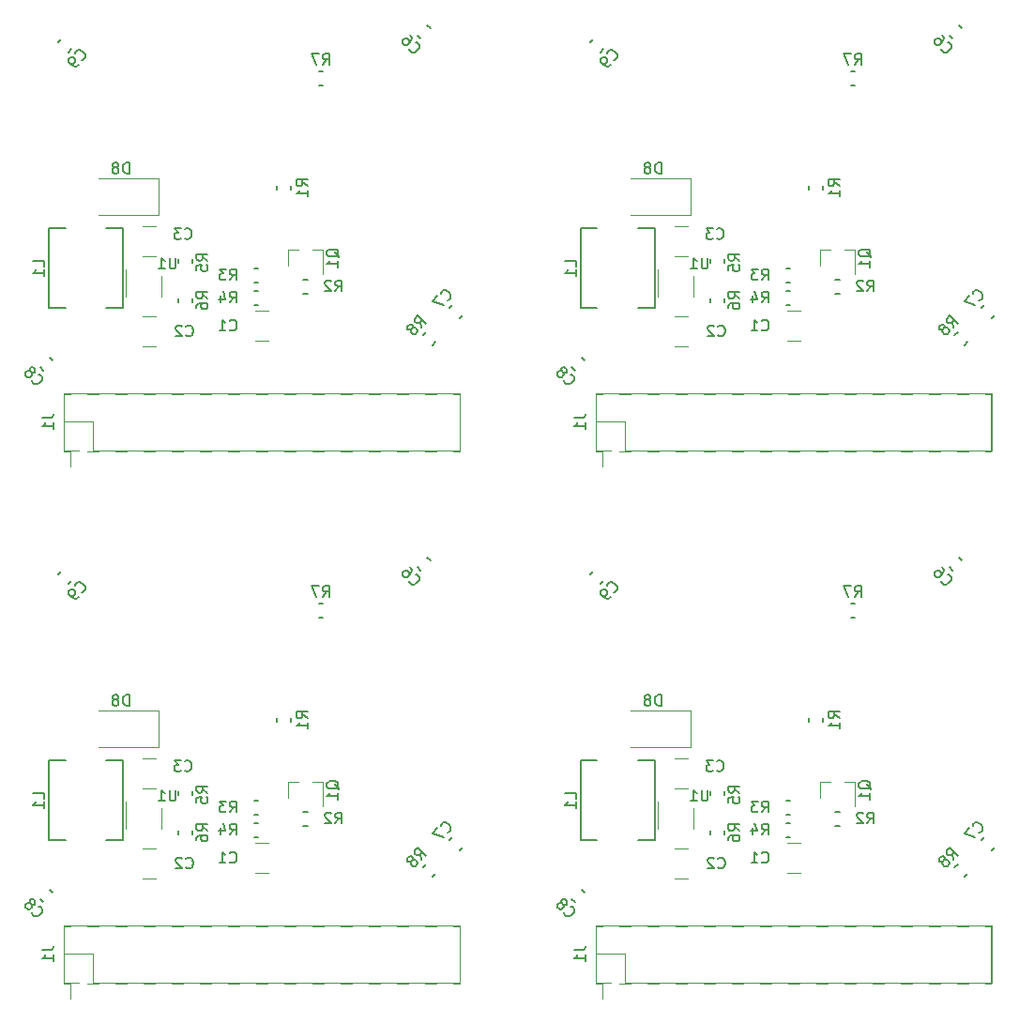
<source format=gbo>
%MOIN*%
%OFA0B0*%
%FSLAX46Y46*%
%IPPOS*%
%LPD*%
%ADD10C,0.005905511811023622*%
%ADD11C,0.0047244094488188976*%
%ADD22C,0.005905511811023622*%
%ADD23C,0.0047244094488188976*%
%ADD24C,0.005905511811023622*%
%ADD25C,0.0047244094488188976*%
%ADD26C,0.005905511811023622*%
%ADD27C,0.0047244094488188976*%
G01*
D10*
X0001527374Y0000463042D02*
X0001537980Y0000473649D01*
X0001492019Y0000498397D02*
X0001502625Y0000509004D01*
X0001632980Y0000568649D02*
X0001622374Y0000558042D01*
X0001597625Y0000604004D02*
X0001587019Y0000593397D01*
X0000177980Y0000408397D02*
X0000167374Y0000419004D01*
X0000142625Y0000373042D02*
X0000132019Y0000383649D01*
X0000197019Y0001538397D02*
X0000207625Y0001549004D01*
X0000232374Y0001503042D02*
X0000242980Y0001513649D01*
X0001472729Y0001562938D02*
X0001483336Y0001552331D01*
X0001508085Y0001598293D02*
X0001518691Y0001587687D01*
D11*
X0000496296Y0000564566D02*
X0000543703Y0000564566D01*
X0000496296Y0000457480D02*
X0000543703Y0000457480D01*
X0000543703Y0000884566D02*
X0000496296Y0000884566D01*
X0000543703Y0000777480D02*
X0000496296Y0000777480D01*
X0000553858Y0001055984D02*
X0000553858Y0000926062D01*
X0000553858Y0000926062D02*
X0000341259Y0000926062D01*
X0000553858Y0001055984D02*
X0000341259Y0001055984D01*
D10*
X0000426889Y0000876850D02*
X0000367834Y0000876850D01*
X0000426889Y0000593385D02*
X0000367834Y0000593385D01*
X0000163110Y0000593385D02*
X0000222165Y0000593385D01*
X0000163110Y0000876850D02*
X0000222165Y0000876850D01*
X0000426889Y0000593385D02*
X0000426889Y0000876850D01*
X0000163110Y0000593385D02*
X0000163110Y0000876850D01*
X0001137500Y0001436023D02*
X0001122500Y0001436023D01*
X0001137500Y0001386023D02*
X0001122500Y0001386023D01*
X0000675000Y0000768523D02*
X0000675000Y0000753523D01*
X0000625000Y0000768523D02*
X0000625000Y0000753523D01*
X0000625000Y0000628523D02*
X0000625000Y0000613523D01*
X0000675000Y0000628523D02*
X0000675000Y0000613523D01*
D11*
X0000563385Y0000706456D02*
X0000563385Y0000635590D01*
X0000436614Y0000635590D02*
X0000436614Y0000732047D01*
X0000896296Y0000477480D02*
X0000943703Y0000477480D01*
X0000896296Y0000584566D02*
X0000943703Y0000584566D01*
D10*
X0000975000Y0001013523D02*
X0000975000Y0001028523D01*
X0001025000Y0001013523D02*
X0001025000Y0001028523D01*
X0001082500Y0000696023D02*
X0001067500Y0000696023D01*
X0001082500Y0000646023D02*
X0001067500Y0000646023D01*
X0000892500Y0000736023D02*
X0000907500Y0000736023D01*
X0000892500Y0000686023D02*
X0000907500Y0000686023D01*
X0000892500Y0000606023D02*
X0000907500Y0000606023D01*
X0000892500Y0000656023D02*
X0000907500Y0000656023D01*
D11*
X0001012795Y0000800944D02*
X0001049409Y0000800944D01*
X0001137204Y0000800944D02*
X0001100590Y0000800944D01*
X0001137204Y0000800944D02*
X0001137204Y0000715905D01*
X0001012795Y0000800944D02*
X0001012795Y0000743464D01*
X0000239763Y0000083661D02*
X0000239763Y0000030118D01*
X0001599606Y0000288385D02*
X0001622047Y0000288385D01*
X0001499606Y0000288385D02*
X0001539763Y0000288385D01*
X0001399606Y0000288385D02*
X0001439763Y0000288385D01*
X0001299606Y0000288385D02*
X0001339763Y0000288385D01*
X0001199606Y0000288385D02*
X0001239763Y0000288385D01*
X0001099606Y0000288385D02*
X0001139763Y0000288385D01*
X0000999606Y0000288385D02*
X0001039763Y0000288385D01*
X0000899606Y0000288385D02*
X0000939763Y0000288385D01*
X0000799606Y0000288385D02*
X0000839763Y0000288385D01*
X0000699606Y0000288385D02*
X0000739763Y0000288385D01*
X0000599606Y0000288385D02*
X0000639763Y0000288385D01*
X0000499606Y0000288385D02*
X0000539763Y0000288385D01*
X0000399606Y0000288385D02*
X0000439763Y0000288385D01*
X0000299606Y0000288385D02*
X0000339763Y0000288385D01*
X0000217322Y0000288385D02*
X0000239763Y0000288385D01*
X0001622047Y0000288385D02*
X0001622047Y0000083661D01*
X0001599606Y0000083661D02*
X0001622047Y0000083661D01*
X0001499606Y0000083661D02*
X0001539763Y0000083661D01*
X0001399606Y0000083661D02*
X0001439763Y0000083661D01*
X0001299606Y0000083661D02*
X0001339763Y0000083661D01*
X0001199606Y0000083661D02*
X0001239763Y0000083661D01*
X0001099606Y0000083661D02*
X0001139763Y0000083661D01*
X0000999606Y0000083661D02*
X0001039763Y0000083661D01*
X0000899606Y0000083661D02*
X0000939763Y0000083661D01*
X0000799606Y0000083661D02*
X0000839763Y0000083661D01*
X0000699606Y0000083661D02*
X0000739763Y0000083661D01*
X0000599606Y0000083661D02*
X0000639763Y0000083661D01*
X0000499606Y0000083661D02*
X0000539763Y0000083661D01*
X0000399606Y0000083661D02*
X0000439763Y0000083661D01*
X0000299606Y0000083661D02*
X0000339763Y0000083661D01*
X0000217322Y0000083661D02*
X0000239763Y0000083661D01*
X0000217322Y0000288385D02*
X0000217322Y0000083661D01*
X0000218110Y0000140157D02*
X0000218110Y0000087795D01*
X0000218110Y0000087795D02*
X0000270472Y0000087795D01*
X0000218110Y0000190157D02*
X0000320472Y0000190157D01*
X0000320472Y0000190157D02*
X0000320472Y0000087795D01*
X0000320472Y0000087795D02*
X0001622834Y0000087795D01*
X0001622834Y0000292519D02*
X0001622834Y0000087795D01*
X0000218110Y0000292519D02*
X0001622834Y0000292519D01*
X0000218110Y0000292519D02*
X0000218110Y0000190157D01*
D10*
X0001487233Y0000523069D02*
X0001483256Y0000545605D01*
X0001503141Y0000538977D02*
X0001475302Y0000566816D01*
X0001464697Y0000556211D01*
X0001463371Y0000552234D01*
X0001463371Y0000549582D01*
X0001464697Y0000545605D01*
X0001468674Y0000541628D01*
X0001472651Y0000540303D01*
X0001475302Y0000540303D01*
X0001479279Y0000541628D01*
X0001489884Y0000552234D01*
X0001455417Y0000523069D02*
X0001456743Y0000527046D01*
X0001456743Y0000529697D01*
X0001455417Y0000533674D01*
X0001454092Y0000535000D01*
X0001450115Y0000536326D01*
X0001447463Y0000536326D01*
X0001443486Y0000535000D01*
X0001438184Y0000529697D01*
X0001436858Y0000525720D01*
X0001436858Y0000523069D01*
X0001438184Y0000519092D01*
X0001439509Y0000517767D01*
X0001443486Y0000516441D01*
X0001446138Y0000516441D01*
X0001450115Y0000517767D01*
X0001455417Y0000523069D01*
X0001459394Y0000524395D01*
X0001462046Y0000524395D01*
X0001466022Y0000523069D01*
X0001471325Y0000517767D01*
X0001472651Y0000513790D01*
X0001472651Y0000511138D01*
X0001471325Y0000507161D01*
X0001466022Y0000501859D01*
X0001462046Y0000500533D01*
X0001459394Y0000500533D01*
X0001455417Y0000501859D01*
X0001450115Y0000507161D01*
X0001448789Y0000511138D01*
X0001448789Y0000513790D01*
X0001450115Y0000517767D01*
X0001578648Y0000621655D02*
X0001581299Y0000621655D01*
X0001586602Y0000624306D01*
X0001589253Y0000626957D01*
X0001591904Y0000632260D01*
X0001591904Y0000637563D01*
X0001590579Y0000641540D01*
X0001586602Y0000648168D01*
X0001582625Y0000652145D01*
X0001575996Y0000656122D01*
X0001572019Y0000657447D01*
X0001566717Y0000657447D01*
X0001561414Y0000654796D01*
X0001558763Y0000652145D01*
X0001556111Y0000646842D01*
X0001556111Y0000644191D01*
X0001544180Y0000637563D02*
X0001525621Y0000619003D01*
X0001565391Y0000603095D01*
X0000104697Y0000336441D02*
X0000104697Y0000333790D01*
X0000107348Y0000328487D01*
X0000109999Y0000325836D01*
X0000115302Y0000323184D01*
X0000120605Y0000323184D01*
X0000124582Y0000324510D01*
X0000131210Y0000328487D01*
X0000135187Y0000332464D01*
X0000139164Y0000339092D01*
X0000140490Y0000343069D01*
X0000140490Y0000348372D01*
X0000137838Y0000353674D01*
X0000135187Y0000356326D01*
X0000129884Y0000358977D01*
X0000127233Y0000358977D01*
X0000102046Y0000365605D02*
X0000106022Y0000364280D01*
X0000108674Y0000364280D01*
X0000112651Y0000365605D01*
X0000113976Y0000366931D01*
X0000115302Y0000370908D01*
X0000115302Y0000373559D01*
X0000113976Y0000377536D01*
X0000108674Y0000382839D01*
X0000104697Y0000384165D01*
X0000102046Y0000384165D01*
X0000098069Y0000382839D01*
X0000096743Y0000381513D01*
X0000095417Y0000377536D01*
X0000095417Y0000374885D01*
X0000096743Y0000370908D01*
X0000102046Y0000365605D01*
X0000103371Y0000361628D01*
X0000103371Y0000358977D01*
X0000102046Y0000355000D01*
X0000096743Y0000349697D01*
X0000092766Y0000348372D01*
X0000090115Y0000348372D01*
X0000086138Y0000349697D01*
X0000080835Y0000355000D01*
X0000079509Y0000358977D01*
X0000079509Y0000361628D01*
X0000080835Y0000365605D01*
X0000086138Y0000370908D01*
X0000090115Y0000372234D01*
X0000092766Y0000372234D01*
X0000096743Y0000370908D01*
X0000280516Y0001474786D02*
X0000283167Y0001474786D01*
X0000288470Y0001477438D01*
X0000291121Y0001480089D01*
X0000293772Y0001485392D01*
X0000293772Y0001490694D01*
X0000292447Y0001494671D01*
X0000288470Y0001501300D01*
X0000284493Y0001505277D01*
X0000277865Y0001509254D01*
X0000273888Y0001510579D01*
X0000268585Y0001510579D01*
X0000263282Y0001507928D01*
X0000260631Y0001505277D01*
X0000257980Y0001499974D01*
X0000257980Y0001497323D01*
X0000269911Y0001458878D02*
X0000264608Y0001453576D01*
X0000260631Y0001452250D01*
X0000257980Y0001452250D01*
X0000251351Y0001453576D01*
X0000244723Y0001457553D01*
X0000234118Y0001468158D01*
X0000232792Y0001472135D01*
X0000232792Y0001474786D01*
X0000234118Y0001478763D01*
X0000239420Y0001484066D01*
X0000243397Y0001485392D01*
X0000246049Y0001485392D01*
X0000250026Y0001484066D01*
X0000256654Y0001477438D01*
X0000257980Y0001473461D01*
X0000257980Y0001470809D01*
X0000256654Y0001466832D01*
X0000251351Y0001461530D01*
X0000247374Y0001460204D01*
X0000244723Y0001460204D01*
X0000240746Y0001461530D01*
X0001444473Y0001514796D02*
X0001444473Y0001512145D01*
X0001447125Y0001506842D01*
X0001449776Y0001504191D01*
X0001455079Y0001501540D01*
X0001460381Y0001501540D01*
X0001464358Y0001502865D01*
X0001470987Y0001506842D01*
X0001474964Y0001510819D01*
X0001478941Y0001517447D01*
X0001480266Y0001521424D01*
X0001480266Y0001526727D01*
X0001477615Y0001532030D01*
X0001474964Y0001534681D01*
X0001469661Y0001537332D01*
X0001467010Y0001537332D01*
X0001445799Y0001563846D02*
X0001451102Y0001558543D01*
X0001452427Y0001554566D01*
X0001452427Y0001551915D01*
X0001451102Y0001545286D01*
X0001447125Y0001538658D01*
X0001436519Y0001528053D01*
X0001432542Y0001526727D01*
X0001429891Y0001526727D01*
X0001425914Y0001528053D01*
X0001420612Y0001533355D01*
X0001419286Y0001537332D01*
X0001419286Y0001539984D01*
X0001420612Y0001543961D01*
X0001427240Y0001550589D01*
X0001431217Y0001551915D01*
X0001433868Y0001551915D01*
X0001437845Y0001550589D01*
X0001443148Y0001545286D01*
X0001444473Y0001541309D01*
X0001444473Y0001538658D01*
X0001443148Y0001534681D01*
X0000651561Y0000496962D02*
X0000653436Y0000495088D01*
X0000659060Y0000493213D01*
X0000662810Y0000493213D01*
X0000668434Y0000495088D01*
X0000672184Y0000498837D01*
X0000674058Y0000502587D01*
X0000675933Y0000510086D01*
X0000675933Y0000515710D01*
X0000674058Y0000523209D01*
X0000672184Y0000526959D01*
X0000668434Y0000530708D01*
X0000662810Y0000532583D01*
X0000659060Y0000532583D01*
X0000653436Y0000530708D01*
X0000651561Y0000528833D01*
X0000636563Y0000528833D02*
X0000634688Y0000530708D01*
X0000630939Y0000532583D01*
X0000621565Y0000532583D01*
X0000617815Y0000530708D01*
X0000615941Y0000528833D01*
X0000614066Y0000525084D01*
X0000614066Y0000521334D01*
X0000615941Y0000515710D01*
X0000638438Y0000493213D01*
X0000614066Y0000493213D01*
X0000646561Y0000841962D02*
X0000648436Y0000840088D01*
X0000654060Y0000838213D01*
X0000657810Y0000838213D01*
X0000663434Y0000840088D01*
X0000667184Y0000843837D01*
X0000669058Y0000847587D01*
X0000670933Y0000855086D01*
X0000670933Y0000860710D01*
X0000669058Y0000868209D01*
X0000667184Y0000871959D01*
X0000663434Y0000875708D01*
X0000657810Y0000877583D01*
X0000654060Y0000877583D01*
X0000648436Y0000875708D01*
X0000646561Y0000873833D01*
X0000633438Y0000877583D02*
X0000609066Y0000877583D01*
X0000622189Y0000862585D01*
X0000616565Y0000862585D01*
X0000612815Y0000860710D01*
X0000610941Y0000858835D01*
X0000609066Y0000855086D01*
X0000609066Y0000845712D01*
X0000610941Y0000841962D01*
X0000612815Y0000840088D01*
X0000616565Y0000838213D01*
X0000627814Y0000838213D01*
X0000631563Y0000840088D01*
X0000633438Y0000841962D01*
X0000449058Y0001071638D02*
X0000449058Y0001111008D01*
X0000439685Y0001111008D01*
X0000434060Y0001109133D01*
X0000430311Y0001105384D01*
X0000428436Y0001101634D01*
X0000426561Y0001094135D01*
X0000426561Y0001088511D01*
X0000428436Y0001081012D01*
X0000430311Y0001077262D01*
X0000434060Y0001073513D01*
X0000439685Y0001071638D01*
X0000449058Y0001071638D01*
X0000404064Y0001094135D02*
X0000407814Y0001096010D01*
X0000409688Y0001097885D01*
X0000411563Y0001101634D01*
X0000411563Y0001103509D01*
X0000409688Y0001107259D01*
X0000407814Y0001109133D01*
X0000404064Y0001111008D01*
X0000396565Y0001111008D01*
X0000392815Y0001109133D01*
X0000390941Y0001107259D01*
X0000389066Y0001103509D01*
X0000389066Y0001101634D01*
X0000390941Y0001097885D01*
X0000392815Y0001096010D01*
X0000396565Y0001094135D01*
X0000404064Y0001094135D01*
X0000407814Y0001092260D01*
X0000409688Y0001090386D01*
X0000411563Y0001086636D01*
X0000411563Y0001079137D01*
X0000409688Y0001075388D01*
X0000407814Y0001073513D01*
X0000404064Y0001071638D01*
X0000396565Y0001071638D01*
X0000392815Y0001073513D01*
X0000390941Y0001075388D01*
X0000389066Y0001079137D01*
X0000389066Y0001086636D01*
X0000390941Y0001090386D01*
X0000392815Y0001092260D01*
X0000396565Y0001094135D01*
X0000147731Y0000741679D02*
X0000147731Y0000760427D01*
X0000108361Y0000760427D01*
X0000147731Y0000707934D02*
X0000147731Y0000730431D01*
X0000147731Y0000719182D02*
X0000108361Y0000719182D01*
X0000113985Y0000722932D01*
X0000117735Y0000726681D01*
X0000119610Y0000730431D01*
X0001136561Y0001458174D02*
X0001149685Y0001476921D01*
X0001159058Y0001458174D02*
X0001159058Y0001497544D01*
X0001144060Y0001497544D01*
X0001140311Y0001495669D01*
X0001138436Y0001493794D01*
X0001136561Y0001490045D01*
X0001136561Y0001484420D01*
X0001138436Y0001480671D01*
X0001140311Y0001478796D01*
X0001144060Y0001476921D01*
X0001159058Y0001476921D01*
X0001123438Y0001497544D02*
X0001097191Y0001497544D01*
X0001114064Y0001458174D01*
X0000727810Y0000762585D02*
X0000709062Y0000775708D01*
X0000727810Y0000785082D02*
X0000688440Y0000785082D01*
X0000688440Y0000770084D01*
X0000690314Y0000766334D01*
X0000692189Y0000764460D01*
X0000695939Y0000762585D01*
X0000701563Y0000762585D01*
X0000705313Y0000764460D01*
X0000707187Y0000766334D01*
X0000709062Y0000770084D01*
X0000709062Y0000785082D01*
X0000688440Y0000726964D02*
X0000688440Y0000745712D01*
X0000707187Y0000747587D01*
X0000705313Y0000745712D01*
X0000703438Y0000741962D01*
X0000703438Y0000732589D01*
X0000705313Y0000728839D01*
X0000707187Y0000726964D01*
X0000710937Y0000725090D01*
X0000720311Y0000725090D01*
X0000724060Y0000726964D01*
X0000725935Y0000728839D01*
X0000727810Y0000732589D01*
X0000727810Y0000741962D01*
X0000725935Y0000745712D01*
X0000724060Y0000747587D01*
X0000727810Y0000627585D02*
X0000709062Y0000640708D01*
X0000727810Y0000650082D02*
X0000688440Y0000650082D01*
X0000688440Y0000635084D01*
X0000690314Y0000631334D01*
X0000692189Y0000629460D01*
X0000695939Y0000627585D01*
X0000701563Y0000627585D01*
X0000705313Y0000629460D01*
X0000707187Y0000631334D01*
X0000709062Y0000635084D01*
X0000709062Y0000650082D01*
X0000688440Y0000593839D02*
X0000688440Y0000601338D01*
X0000690314Y0000605088D01*
X0000692189Y0000606962D01*
X0000697814Y0000610712D01*
X0000705313Y0000612587D01*
X0000720311Y0000612587D01*
X0000724060Y0000610712D01*
X0000725935Y0000608837D01*
X0000727810Y0000605088D01*
X0000727810Y0000597589D01*
X0000725935Y0000593839D01*
X0000724060Y0000591964D01*
X0000720311Y0000590089D01*
X0000710937Y0000590089D01*
X0000707187Y0000591964D01*
X0000705313Y0000593839D01*
X0000703438Y0000597589D01*
X0000703438Y0000605088D01*
X0000705313Y0000608837D01*
X0000707187Y0000610712D01*
X0000710937Y0000612587D01*
X0000614996Y0000772583D02*
X0000614996Y0000740712D01*
X0000613121Y0000736962D01*
X0000611246Y0000735088D01*
X0000607497Y0000733213D01*
X0000599998Y0000733213D01*
X0000596248Y0000735088D01*
X0000594373Y0000736962D01*
X0000592499Y0000740712D01*
X0000592499Y0000772583D01*
X0000553128Y0000733213D02*
X0000575626Y0000733213D01*
X0000564377Y0000733213D02*
X0000564377Y0000772583D01*
X0000568127Y0000766959D01*
X0000571876Y0000763209D01*
X0000575626Y0000761334D01*
X0000806561Y0000516962D02*
X0000808436Y0000515088D01*
X0000814060Y0000513213D01*
X0000817810Y0000513213D01*
X0000823434Y0000515088D01*
X0000827184Y0000518837D01*
X0000829058Y0000522587D01*
X0000830933Y0000530086D01*
X0000830933Y0000535710D01*
X0000829058Y0000543209D01*
X0000827184Y0000546959D01*
X0000823434Y0000550708D01*
X0000817810Y0000552583D01*
X0000814060Y0000552583D01*
X0000808436Y0000550708D01*
X0000806561Y0000548833D01*
X0000769066Y0000513213D02*
X0000791563Y0000513213D01*
X0000780314Y0000513213D02*
X0000780314Y0000552583D01*
X0000784064Y0000546959D01*
X0000787814Y0000543209D01*
X0000791563Y0000541334D01*
X0001082770Y0001027585D02*
X0001064023Y0001040708D01*
X0001082770Y0001050082D02*
X0001043400Y0001050082D01*
X0001043400Y0001035084D01*
X0001045275Y0001031334D01*
X0001047150Y0001029460D01*
X0001050899Y0001027585D01*
X0001056524Y0001027585D01*
X0001060273Y0001029460D01*
X0001062148Y0001031334D01*
X0001064023Y0001035084D01*
X0001064023Y0001050082D01*
X0001082770Y0000990090D02*
X0001082770Y0001012587D01*
X0001082770Y0001001338D02*
X0001043400Y0001001338D01*
X0001049025Y0001005088D01*
X0001052774Y0001008837D01*
X0001054649Y0001012587D01*
X0001181561Y0000653213D02*
X0001194685Y0000671961D01*
X0001204058Y0000653213D02*
X0001204058Y0000692583D01*
X0001189060Y0000692583D01*
X0001185311Y0000690708D01*
X0001183436Y0000688833D01*
X0001181561Y0000685084D01*
X0001181561Y0000679460D01*
X0001183436Y0000675710D01*
X0001185311Y0000673835D01*
X0001189060Y0000671961D01*
X0001204058Y0000671961D01*
X0001166563Y0000688833D02*
X0001164688Y0000690708D01*
X0001160939Y0000692583D01*
X0001151565Y0000692583D01*
X0001147815Y0000690708D01*
X0001145941Y0000688833D01*
X0001144066Y0000685084D01*
X0001144066Y0000681334D01*
X0001145941Y0000675710D01*
X0001168438Y0000653213D01*
X0001144066Y0000653213D01*
X0000806561Y0000693213D02*
X0000819685Y0000711961D01*
X0000829058Y0000693213D02*
X0000829058Y0000732583D01*
X0000814060Y0000732583D01*
X0000810311Y0000730708D01*
X0000808436Y0000728833D01*
X0000806561Y0000725084D01*
X0000806561Y0000719460D01*
X0000808436Y0000715710D01*
X0000810311Y0000713835D01*
X0000814060Y0000711961D01*
X0000829058Y0000711961D01*
X0000793438Y0000732583D02*
X0000769066Y0000732583D01*
X0000782189Y0000717585D01*
X0000776565Y0000717585D01*
X0000772815Y0000715710D01*
X0000770941Y0000713835D01*
X0000769066Y0000710086D01*
X0000769066Y0000700712D01*
X0000770941Y0000696962D01*
X0000772815Y0000695088D01*
X0000776565Y0000693213D01*
X0000787814Y0000693213D01*
X0000791563Y0000695088D01*
X0000793438Y0000696962D01*
X0000806561Y0000613213D02*
X0000819685Y0000631961D01*
X0000829058Y0000613213D02*
X0000829058Y0000652583D01*
X0000814060Y0000652583D01*
X0000810311Y0000650708D01*
X0000808436Y0000648833D01*
X0000806561Y0000645084D01*
X0000806561Y0000639460D01*
X0000808436Y0000635710D01*
X0000810311Y0000633835D01*
X0000814060Y0000631961D01*
X0000829058Y0000631961D01*
X0000772815Y0000639460D02*
X0000772815Y0000613213D01*
X0000782189Y0000654458D02*
X0000791563Y0000626336D01*
X0000767191Y0000626336D01*
X0001194985Y0000774773D02*
X0001193110Y0000778522D01*
X0001189360Y0000782272D01*
X0001183736Y0000787896D01*
X0001181861Y0000791646D01*
X0001181861Y0000795395D01*
X0001191235Y0000793520D02*
X0001189360Y0000797270D01*
X0001185611Y0000801019D01*
X0001178112Y0000802894D01*
X0001164988Y0000802894D01*
X0001157489Y0000801019D01*
X0001153740Y0000797270D01*
X0001151865Y0000793520D01*
X0001151865Y0000786021D01*
X0001153740Y0000782272D01*
X0001157489Y0000778522D01*
X0001164988Y0000776647D01*
X0001178112Y0000776647D01*
X0001185611Y0000778522D01*
X0001189360Y0000782272D01*
X0001191235Y0000786021D01*
X0001191235Y0000793520D01*
X0001191235Y0000739152D02*
X0001191235Y0000761649D01*
X0001191235Y0000750401D02*
X0001151865Y0000750401D01*
X0001157489Y0000754150D01*
X0001161239Y0000757900D01*
X0001163113Y0000761649D01*
X0000139857Y0000203280D02*
X0000167978Y0000203280D01*
X0000173603Y0000205155D01*
X0000177352Y0000208905D01*
X0000179227Y0000214529D01*
X0000179227Y0000218278D01*
X0000179227Y0000163910D02*
X0000179227Y0000186407D01*
X0000179227Y0000175159D02*
X0000139857Y0000175159D01*
X0000145481Y0000178908D01*
X0000149231Y0000182658D01*
X0000151106Y0000186407D01*
G04 next file*
G04 #@! TF.GenerationSoftware,KiCad,Pcbnew,(5.0.2)-1*
G04 #@! TF.CreationDate,2019-01-31T16:36:43+01:00*
G04 #@! TF.ProjectId,SHMod24_RF_IR_Bridge,53484d6f-6432-4345-9f52-465f49525f42,rev?*
G04 #@! TF.SameCoordinates,Original*
G04 #@! TF.FileFunction,Legend,Bot*
G04 #@! TF.FilePolarity,Positive*
G04 Gerber Fmt 4.6, Leading zero omitted, Abs format (unit mm)*
G04 Created by KiCad (PCBNEW (5.0.2)-1) date 31/01/2019 16:36:43*
G01*
G04 APERTURE LIST*
G04 APERTURE END LIST*
D22*
G04 #@! TO.C,R8*
X0003417138Y0000463042D02*
X0003427744Y0000473649D01*
X0003381782Y0000498397D02*
X0003392389Y0000509004D01*
G04 #@! TO.C,C7*
X0003522744Y0000568649D02*
X0003512138Y0000558042D01*
X0003487389Y0000604004D02*
X0003476782Y0000593397D01*
G04 #@! TO.C,C8*
X0002067744Y0000408397D02*
X0002057138Y0000419004D01*
X0002032389Y0000373042D02*
X0002021782Y0000383649D01*
G04 #@! TO.C,C9*
X0002086782Y0001538397D02*
X0002097389Y0001549004D01*
X0002122138Y0001503042D02*
X0002132744Y0001513649D01*
G04 #@! TO.C,C6*
X0003362493Y0001562938D02*
X0003373100Y0001552331D01*
X0003397848Y0001598293D02*
X0003408455Y0001587687D01*
D23*
G04 #@! TO.C,C2*
X0002386060Y0000564566D02*
X0002433467Y0000564566D01*
X0002386060Y0000457480D02*
X0002433467Y0000457480D01*
G04 #@! TO.C,C3*
X0002433467Y0000884566D02*
X0002386060Y0000884566D01*
X0002433467Y0000777480D02*
X0002386060Y0000777480D01*
G04 #@! TO.C,D8*
X0002443622Y0001055984D02*
X0002443622Y0000926062D01*
X0002443622Y0000926062D02*
X0002231023Y0000926062D01*
X0002443622Y0001055984D02*
X0002231023Y0001055984D01*
D22*
G04 #@! TO.C,L1*
X0002316653Y0000876850D02*
X0002257598Y0000876850D01*
X0002316653Y0000593385D02*
X0002257598Y0000593385D01*
X0002052874Y0000593385D02*
X0002111929Y0000593385D01*
X0002052874Y0000876850D02*
X0002111929Y0000876850D01*
X0002316653Y0000593385D02*
X0002316653Y0000876850D01*
X0002052874Y0000593385D02*
X0002052874Y0000876850D01*
G04 #@! TO.C,R7*
X0003027263Y0001436023D02*
X0003012263Y0001436023D01*
X0003027263Y0001386023D02*
X0003012263Y0001386023D01*
G04 #@! TO.C,R5*
X0002564763Y0000768523D02*
X0002564763Y0000753523D01*
X0002514763Y0000768523D02*
X0002514763Y0000753523D01*
G04 #@! TO.C,R6*
X0002514763Y0000628523D02*
X0002514763Y0000613523D01*
X0002564763Y0000628523D02*
X0002564763Y0000613523D01*
D23*
G04 #@! TO.C,U1*
X0002453149Y0000706456D02*
X0002453149Y0000635590D01*
X0002326377Y0000635590D02*
X0002326377Y0000732047D01*
G04 #@! TO.C,C1*
X0002786060Y0000477480D02*
X0002833467Y0000477480D01*
X0002786060Y0000584566D02*
X0002833467Y0000584566D01*
D22*
G04 #@! TO.C,R1*
X0002864763Y0001013523D02*
X0002864763Y0001028523D01*
X0002914763Y0001013523D02*
X0002914763Y0001028523D01*
G04 #@! TO.C,R2*
X0002972263Y0000696023D02*
X0002957263Y0000696023D01*
X0002972263Y0000646023D02*
X0002957263Y0000646023D01*
G04 #@! TO.C,R3*
X0002782263Y0000736023D02*
X0002797263Y0000736023D01*
X0002782263Y0000686023D02*
X0002797263Y0000686023D01*
G04 #@! TO.C,R4*
X0002782263Y0000606023D02*
X0002797263Y0000606023D01*
X0002782263Y0000656023D02*
X0002797263Y0000656023D01*
D23*
G04 #@! TO.C,Q1*
X0002902559Y0000800944D02*
X0002939173Y0000800944D01*
X0003026968Y0000800944D02*
X0002990354Y0000800944D01*
X0003026968Y0000800944D02*
X0003026968Y0000715905D01*
X0002902559Y0000800944D02*
X0002902559Y0000743464D01*
G04 #@! TO.C,J2*
X0002129527Y0000083661D02*
X0002129527Y0000030118D01*
X0003489370Y0000288385D02*
X0003511811Y0000288385D01*
X0003389370Y0000288385D02*
X0003429527Y0000288385D01*
X0003289370Y0000288385D02*
X0003329527Y0000288385D01*
X0003189370Y0000288385D02*
X0003229527Y0000288385D01*
X0003089370Y0000288385D02*
X0003129527Y0000288385D01*
X0002989370Y0000288385D02*
X0003029527Y0000288385D01*
X0002889370Y0000288385D02*
X0002929527Y0000288385D01*
X0002789370Y0000288385D02*
X0002829527Y0000288385D01*
X0002689370Y0000288385D02*
X0002729527Y0000288385D01*
X0002589370Y0000288385D02*
X0002629527Y0000288385D01*
X0002489370Y0000288385D02*
X0002529527Y0000288385D01*
X0002389370Y0000288385D02*
X0002429527Y0000288385D01*
X0002289370Y0000288385D02*
X0002329527Y0000288385D01*
X0002189370Y0000288385D02*
X0002229527Y0000288385D01*
X0002107086Y0000288385D02*
X0002129527Y0000288385D01*
X0003511811Y0000288385D02*
X0003511811Y0000083661D01*
X0003489370Y0000083661D02*
X0003511811Y0000083661D01*
X0003389370Y0000083661D02*
X0003429527Y0000083661D01*
X0003289370Y0000083661D02*
X0003329527Y0000083661D01*
X0003189370Y0000083661D02*
X0003229527Y0000083661D01*
X0003089370Y0000083661D02*
X0003129527Y0000083661D01*
X0002989370Y0000083661D02*
X0003029527Y0000083661D01*
X0002889370Y0000083661D02*
X0002929527Y0000083661D01*
X0002789370Y0000083661D02*
X0002829527Y0000083661D01*
X0002689370Y0000083661D02*
X0002729527Y0000083661D01*
X0002589370Y0000083661D02*
X0002629527Y0000083661D01*
X0002489370Y0000083661D02*
X0002529527Y0000083661D01*
X0002389370Y0000083661D02*
X0002429527Y0000083661D01*
X0002289370Y0000083661D02*
X0002329527Y0000083661D01*
X0002189370Y0000083661D02*
X0002229527Y0000083661D01*
X0002107086Y0000083661D02*
X0002129527Y0000083661D01*
X0002107086Y0000288385D02*
X0002107086Y0000083661D01*
G04 #@! TO.C,J1*
X0002107874Y0000140157D02*
X0002107874Y0000087795D01*
X0002107874Y0000087795D02*
X0002160236Y0000087795D01*
X0002107874Y0000190157D02*
X0002210236Y0000190157D01*
X0002210236Y0000190157D02*
X0002210236Y0000087795D01*
X0002210236Y0000087795D02*
X0003512598Y0000087795D01*
X0003512598Y0000292519D02*
X0003512598Y0000087795D01*
X0002107874Y0000292519D02*
X0003512598Y0000292519D01*
X0002107874Y0000292519D02*
X0002107874Y0000190157D01*
G04 #@! TO.C,R8*
D22*
X0003376997Y0000523069D02*
X0003373020Y0000545605D01*
X0003392905Y0000538977D02*
X0003365066Y0000566816D01*
X0003354461Y0000556211D01*
X0003353135Y0000552234D01*
X0003353135Y0000549582D01*
X0003354461Y0000545605D01*
X0003358438Y0000541628D01*
X0003362415Y0000540303D01*
X0003365066Y0000540303D01*
X0003369043Y0000541628D01*
X0003379648Y0000552234D01*
X0003345181Y0000523069D02*
X0003346507Y0000527046D01*
X0003346507Y0000529697D01*
X0003345181Y0000533674D01*
X0003343855Y0000535000D01*
X0003339878Y0000536326D01*
X0003337227Y0000536326D01*
X0003333250Y0000535000D01*
X0003327947Y0000529697D01*
X0003326622Y0000525720D01*
X0003326622Y0000523069D01*
X0003327947Y0000519092D01*
X0003329273Y0000517767D01*
X0003333250Y0000516441D01*
X0003335901Y0000516441D01*
X0003339878Y0000517767D01*
X0003345181Y0000523069D01*
X0003349158Y0000524395D01*
X0003351809Y0000524395D01*
X0003355786Y0000523069D01*
X0003361089Y0000517767D01*
X0003362415Y0000513790D01*
X0003362415Y0000511138D01*
X0003361089Y0000507161D01*
X0003355786Y0000501859D01*
X0003351809Y0000500533D01*
X0003349158Y0000500533D01*
X0003345181Y0000501859D01*
X0003339878Y0000507161D01*
X0003338553Y0000511138D01*
X0003338553Y0000513790D01*
X0003339878Y0000517767D01*
G04 #@! TO.C,C7*
X0003468411Y0000621655D02*
X0003471063Y0000621655D01*
X0003476365Y0000624306D01*
X0003479017Y0000626957D01*
X0003481668Y0000632260D01*
X0003481668Y0000637563D01*
X0003480342Y0000641540D01*
X0003476365Y0000648168D01*
X0003472388Y0000652145D01*
X0003465760Y0000656122D01*
X0003461783Y0000657447D01*
X0003456480Y0000657447D01*
X0003451178Y0000654796D01*
X0003448527Y0000652145D01*
X0003445875Y0000646842D01*
X0003445875Y0000644191D01*
X0003433944Y0000637563D02*
X0003415385Y0000619003D01*
X0003455155Y0000603095D01*
G04 #@! TO.C,C8*
X0001994461Y0000336441D02*
X0001994461Y0000333790D01*
X0001997112Y0000328487D01*
X0001999763Y0000325836D01*
X0002005066Y0000323184D01*
X0002010369Y0000323184D01*
X0002014346Y0000324510D01*
X0002020974Y0000328487D01*
X0002024951Y0000332464D01*
X0002028928Y0000339092D01*
X0002030253Y0000343069D01*
X0002030253Y0000348372D01*
X0002027602Y0000353674D01*
X0002024951Y0000356326D01*
X0002019648Y0000358977D01*
X0002016997Y0000358977D01*
X0001991809Y0000365605D02*
X0001995786Y0000364280D01*
X0001998438Y0000364280D01*
X0002002415Y0000365605D01*
X0002003740Y0000366931D01*
X0002005066Y0000370908D01*
X0002005066Y0000373559D01*
X0002003740Y0000377536D01*
X0001998438Y0000382839D01*
X0001994461Y0000384165D01*
X0001991809Y0000384165D01*
X0001987832Y0000382839D01*
X0001986507Y0000381513D01*
X0001985181Y0000377536D01*
X0001985181Y0000374885D01*
X0001986507Y0000370908D01*
X0001991809Y0000365605D01*
X0001993135Y0000361628D01*
X0001993135Y0000358977D01*
X0001991809Y0000355000D01*
X0001986507Y0000349697D01*
X0001982530Y0000348372D01*
X0001979878Y0000348372D01*
X0001975901Y0000349697D01*
X0001970599Y0000355000D01*
X0001969273Y0000358977D01*
X0001969273Y0000361628D01*
X0001970599Y0000365605D01*
X0001975901Y0000370908D01*
X0001979878Y0000372234D01*
X0001982530Y0000372234D01*
X0001986507Y0000370908D01*
G04 #@! TO.C,C9*
X0002170280Y0001474786D02*
X0002172931Y0001474786D01*
X0002178234Y0001477438D01*
X0002180885Y0001480089D01*
X0002183536Y0001485392D01*
X0002183536Y0001490694D01*
X0002182211Y0001494671D01*
X0002178234Y0001501300D01*
X0002174257Y0001505277D01*
X0002167628Y0001509254D01*
X0002163651Y0001510579D01*
X0002158349Y0001510579D01*
X0002153046Y0001507928D01*
X0002150395Y0001505277D01*
X0002147743Y0001499974D01*
X0002147743Y0001497323D01*
X0002159674Y0001458878D02*
X0002154372Y0001453576D01*
X0002150395Y0001452250D01*
X0002147743Y0001452250D01*
X0002141115Y0001453576D01*
X0002134487Y0001457553D01*
X0002123881Y0001468158D01*
X0002122556Y0001472135D01*
X0002122556Y0001474786D01*
X0002123881Y0001478763D01*
X0002129184Y0001484066D01*
X0002133161Y0001485392D01*
X0002135812Y0001485392D01*
X0002139789Y0001484066D01*
X0002146418Y0001477438D01*
X0002147743Y0001473461D01*
X0002147743Y0001470809D01*
X0002146418Y0001466832D01*
X0002141115Y0001461530D01*
X0002137138Y0001460204D01*
X0002134487Y0001460204D01*
X0002130510Y0001461530D01*
G04 #@! TO.C,C6*
X0003334237Y0001514796D02*
X0003334237Y0001512145D01*
X0003336889Y0001506842D01*
X0003339540Y0001504191D01*
X0003344842Y0001501540D01*
X0003350145Y0001501540D01*
X0003354122Y0001502865D01*
X0003360750Y0001506842D01*
X0003364727Y0001510819D01*
X0003368704Y0001517447D01*
X0003370030Y0001521424D01*
X0003370030Y0001526727D01*
X0003367379Y0001532030D01*
X0003364727Y0001534681D01*
X0003359425Y0001537332D01*
X0003356773Y0001537332D01*
X0003335563Y0001563846D02*
X0003340865Y0001558543D01*
X0003342191Y0001554566D01*
X0003342191Y0001551915D01*
X0003340865Y0001545286D01*
X0003336889Y0001538658D01*
X0003326283Y0001528053D01*
X0003322306Y0001526727D01*
X0003319655Y0001526727D01*
X0003315678Y0001528053D01*
X0003310375Y0001533355D01*
X0003309050Y0001537332D01*
X0003309050Y0001539984D01*
X0003310375Y0001543961D01*
X0003317004Y0001550589D01*
X0003320981Y0001551915D01*
X0003323632Y0001551915D01*
X0003327609Y0001550589D01*
X0003332912Y0001545286D01*
X0003334237Y0001541309D01*
X0003334237Y0001538658D01*
X0003332912Y0001534681D01*
G04 #@! TO.C,C2*
X0002541325Y0000496962D02*
X0002543200Y0000495088D01*
X0002548824Y0000493213D01*
X0002552574Y0000493213D01*
X0002558198Y0000495088D01*
X0002561947Y0000498837D01*
X0002563822Y0000502587D01*
X0002565697Y0000510086D01*
X0002565697Y0000515710D01*
X0002563822Y0000523209D01*
X0002561947Y0000526959D01*
X0002558198Y0000530708D01*
X0002552574Y0000532583D01*
X0002548824Y0000532583D01*
X0002543200Y0000530708D01*
X0002541325Y0000528833D01*
X0002526327Y0000528833D02*
X0002524452Y0000530708D01*
X0002520703Y0000532583D01*
X0002511329Y0000532583D01*
X0002507579Y0000530708D01*
X0002505704Y0000528833D01*
X0002503830Y0000525084D01*
X0002503830Y0000521334D01*
X0002505704Y0000515710D01*
X0002528202Y0000493213D01*
X0002503830Y0000493213D01*
G04 #@! TO.C,C3*
X0002536325Y0000841962D02*
X0002538200Y0000840088D01*
X0002543824Y0000838213D01*
X0002547574Y0000838213D01*
X0002553198Y0000840088D01*
X0002556947Y0000843837D01*
X0002558822Y0000847587D01*
X0002560697Y0000855086D01*
X0002560697Y0000860710D01*
X0002558822Y0000868209D01*
X0002556947Y0000871959D01*
X0002553198Y0000875708D01*
X0002547574Y0000877583D01*
X0002543824Y0000877583D01*
X0002538200Y0000875708D01*
X0002536325Y0000873833D01*
X0002523202Y0000877583D02*
X0002498830Y0000877583D01*
X0002511953Y0000862585D01*
X0002506329Y0000862585D01*
X0002502579Y0000860710D01*
X0002500704Y0000858835D01*
X0002498830Y0000855086D01*
X0002498830Y0000845712D01*
X0002500704Y0000841962D01*
X0002502579Y0000840088D01*
X0002506329Y0000838213D01*
X0002517577Y0000838213D01*
X0002521327Y0000840088D01*
X0002523202Y0000841962D01*
G04 #@! TO.C,D8*
X0002338822Y0001071638D02*
X0002338822Y0001111008D01*
X0002329448Y0001111008D01*
X0002323824Y0001109133D01*
X0002320074Y0001105384D01*
X0002318200Y0001101634D01*
X0002316325Y0001094135D01*
X0002316325Y0001088511D01*
X0002318200Y0001081012D01*
X0002320074Y0001077262D01*
X0002323824Y0001073513D01*
X0002329448Y0001071638D01*
X0002338822Y0001071638D01*
X0002293828Y0001094135D02*
X0002297577Y0001096010D01*
X0002299452Y0001097885D01*
X0002301327Y0001101634D01*
X0002301327Y0001103509D01*
X0002299452Y0001107259D01*
X0002297577Y0001109133D01*
X0002293828Y0001111008D01*
X0002286329Y0001111008D01*
X0002282579Y0001109133D01*
X0002280704Y0001107259D01*
X0002278830Y0001103509D01*
X0002278830Y0001101634D01*
X0002280704Y0001097885D01*
X0002282579Y0001096010D01*
X0002286329Y0001094135D01*
X0002293828Y0001094135D01*
X0002297577Y0001092260D01*
X0002299452Y0001090386D01*
X0002301327Y0001086636D01*
X0002301327Y0001079137D01*
X0002299452Y0001075388D01*
X0002297577Y0001073513D01*
X0002293828Y0001071638D01*
X0002286329Y0001071638D01*
X0002282579Y0001073513D01*
X0002280704Y0001075388D01*
X0002278830Y0001079137D01*
X0002278830Y0001086636D01*
X0002280704Y0001090386D01*
X0002282579Y0001092260D01*
X0002286329Y0001094135D01*
G04 #@! TO.C,L1*
X0002037495Y0000741679D02*
X0002037495Y0000760427D01*
X0001998125Y0000760427D01*
X0002037495Y0000707934D02*
X0002037495Y0000730431D01*
X0002037495Y0000719182D02*
X0001998125Y0000719182D01*
X0002003749Y0000722932D01*
X0002007499Y0000726681D01*
X0002009373Y0000730431D01*
G04 #@! TO.C,R7*
X0003026325Y0001458174D02*
X0003039448Y0001476921D01*
X0003048822Y0001458174D02*
X0003048822Y0001497544D01*
X0003033824Y0001497544D01*
X0003030074Y0001495669D01*
X0003028200Y0001493794D01*
X0003026325Y0001490045D01*
X0003026325Y0001484420D01*
X0003028200Y0001480671D01*
X0003030074Y0001478796D01*
X0003033824Y0001476921D01*
X0003048822Y0001476921D01*
X0003013202Y0001497544D02*
X0002986955Y0001497544D01*
X0003003828Y0001458174D01*
G04 #@! TO.C,R5*
X0002617574Y0000762585D02*
X0002598826Y0000775708D01*
X0002617574Y0000785082D02*
X0002578203Y0000785082D01*
X0002578203Y0000770084D01*
X0002580078Y0000766334D01*
X0002581953Y0000764460D01*
X0002585703Y0000762585D01*
X0002591327Y0000762585D01*
X0002595076Y0000764460D01*
X0002596951Y0000766334D01*
X0002598826Y0000770084D01*
X0002598826Y0000785082D01*
X0002578203Y0000726964D02*
X0002578203Y0000745712D01*
X0002596951Y0000747587D01*
X0002595076Y0000745712D01*
X0002593202Y0000741962D01*
X0002593202Y0000732589D01*
X0002595076Y0000728839D01*
X0002596951Y0000726964D01*
X0002600701Y0000725090D01*
X0002610074Y0000725090D01*
X0002613824Y0000726964D01*
X0002615699Y0000728839D01*
X0002617574Y0000732589D01*
X0002617574Y0000741962D01*
X0002615699Y0000745712D01*
X0002613824Y0000747587D01*
G04 #@! TO.C,R6*
X0002617574Y0000627585D02*
X0002598826Y0000640708D01*
X0002617574Y0000650082D02*
X0002578203Y0000650082D01*
X0002578203Y0000635084D01*
X0002580078Y0000631334D01*
X0002581953Y0000629460D01*
X0002585703Y0000627585D01*
X0002591327Y0000627585D01*
X0002595076Y0000629460D01*
X0002596951Y0000631334D01*
X0002598826Y0000635084D01*
X0002598826Y0000650082D01*
X0002578203Y0000593839D02*
X0002578203Y0000601338D01*
X0002580078Y0000605088D01*
X0002581953Y0000606962D01*
X0002587577Y0000610712D01*
X0002595076Y0000612587D01*
X0002610074Y0000612587D01*
X0002613824Y0000610712D01*
X0002615699Y0000608837D01*
X0002617574Y0000605088D01*
X0002617574Y0000597589D01*
X0002615699Y0000593839D01*
X0002613824Y0000591964D01*
X0002610074Y0000590089D01*
X0002600701Y0000590089D01*
X0002596951Y0000591964D01*
X0002595076Y0000593839D01*
X0002593202Y0000597589D01*
X0002593202Y0000605088D01*
X0002595076Y0000608837D01*
X0002596951Y0000610712D01*
X0002600701Y0000612587D01*
G04 #@! TO.C,U1*
X0002504759Y0000772583D02*
X0002504759Y0000740712D01*
X0002502885Y0000736962D01*
X0002501010Y0000735088D01*
X0002497260Y0000733213D01*
X0002489761Y0000733213D01*
X0002486012Y0000735088D01*
X0002484137Y0000736962D01*
X0002482262Y0000740712D01*
X0002482262Y0000772583D01*
X0002442892Y0000733213D02*
X0002465389Y0000733213D01*
X0002454141Y0000733213D02*
X0002454141Y0000772583D01*
X0002457890Y0000766959D01*
X0002461640Y0000763209D01*
X0002465389Y0000761334D01*
G04 #@! TO.C,C1*
X0002696325Y0000516962D02*
X0002698200Y0000515088D01*
X0002703824Y0000513213D01*
X0002707574Y0000513213D01*
X0002713198Y0000515088D01*
X0002716947Y0000518837D01*
X0002718822Y0000522587D01*
X0002720697Y0000530086D01*
X0002720697Y0000535710D01*
X0002718822Y0000543209D01*
X0002716947Y0000546959D01*
X0002713198Y0000550708D01*
X0002707574Y0000552583D01*
X0002703824Y0000552583D01*
X0002698200Y0000550708D01*
X0002696325Y0000548833D01*
X0002658830Y0000513213D02*
X0002681327Y0000513213D01*
X0002670078Y0000513213D02*
X0002670078Y0000552583D01*
X0002673828Y0000546959D01*
X0002677577Y0000543209D01*
X0002681327Y0000541334D01*
G04 #@! TO.C,R1*
X0002972534Y0001027585D02*
X0002953787Y0001040708D01*
X0002972534Y0001050082D02*
X0002933164Y0001050082D01*
X0002933164Y0001035084D01*
X0002935039Y0001031334D01*
X0002936914Y0001029460D01*
X0002940663Y0001027585D01*
X0002946287Y0001027585D01*
X0002950037Y0001029460D01*
X0002951912Y0001031334D01*
X0002953787Y0001035084D01*
X0002953787Y0001050082D01*
X0002972534Y0000990090D02*
X0002972534Y0001012587D01*
X0002972534Y0001001338D02*
X0002933164Y0001001338D01*
X0002938788Y0001005088D01*
X0002942538Y0001008837D01*
X0002944413Y0001012587D01*
G04 #@! TO.C,R2*
X0003071325Y0000653213D02*
X0003084448Y0000671961D01*
X0003093822Y0000653213D02*
X0003093822Y0000692583D01*
X0003078824Y0000692583D01*
X0003075074Y0000690708D01*
X0003073200Y0000688833D01*
X0003071325Y0000685084D01*
X0003071325Y0000679460D01*
X0003073200Y0000675710D01*
X0003075074Y0000673835D01*
X0003078824Y0000671961D01*
X0003093822Y0000671961D01*
X0003056327Y0000688833D02*
X0003054452Y0000690708D01*
X0003050703Y0000692583D01*
X0003041329Y0000692583D01*
X0003037579Y0000690708D01*
X0003035704Y0000688833D01*
X0003033830Y0000685084D01*
X0003033830Y0000681334D01*
X0003035704Y0000675710D01*
X0003058202Y0000653213D01*
X0003033830Y0000653213D01*
G04 #@! TO.C,R3*
X0002696325Y0000693213D02*
X0002709448Y0000711961D01*
X0002718822Y0000693213D02*
X0002718822Y0000732583D01*
X0002703824Y0000732583D01*
X0002700074Y0000730708D01*
X0002698200Y0000728833D01*
X0002696325Y0000725084D01*
X0002696325Y0000719460D01*
X0002698200Y0000715710D01*
X0002700074Y0000713835D01*
X0002703824Y0000711961D01*
X0002718822Y0000711961D01*
X0002683202Y0000732583D02*
X0002658830Y0000732583D01*
X0002671953Y0000717585D01*
X0002666329Y0000717585D01*
X0002662579Y0000715710D01*
X0002660704Y0000713835D01*
X0002658830Y0000710086D01*
X0002658830Y0000700712D01*
X0002660704Y0000696962D01*
X0002662579Y0000695088D01*
X0002666329Y0000693213D01*
X0002677577Y0000693213D01*
X0002681327Y0000695088D01*
X0002683202Y0000696962D01*
G04 #@! TO.C,R4*
X0002696325Y0000613213D02*
X0002709448Y0000631961D01*
X0002718822Y0000613213D02*
X0002718822Y0000652583D01*
X0002703824Y0000652583D01*
X0002700074Y0000650708D01*
X0002698200Y0000648833D01*
X0002696325Y0000645084D01*
X0002696325Y0000639460D01*
X0002698200Y0000635710D01*
X0002700074Y0000633835D01*
X0002703824Y0000631961D01*
X0002718822Y0000631961D01*
X0002662579Y0000639460D02*
X0002662579Y0000613213D01*
X0002671953Y0000654458D02*
X0002681327Y0000626336D01*
X0002656955Y0000626336D01*
G04 #@! TO.C,Q1*
X0003084748Y0000774773D02*
X0003082874Y0000778522D01*
X0003079124Y0000782272D01*
X0003073500Y0000787896D01*
X0003071625Y0000791646D01*
X0003071625Y0000795395D01*
X0003080999Y0000793520D02*
X0003079124Y0000797270D01*
X0003075374Y0000801019D01*
X0003067875Y0000802894D01*
X0003054752Y0000802894D01*
X0003047253Y0000801019D01*
X0003043503Y0000797270D01*
X0003041629Y0000793520D01*
X0003041629Y0000786021D01*
X0003043503Y0000782272D01*
X0003047253Y0000778522D01*
X0003054752Y0000776647D01*
X0003067875Y0000776647D01*
X0003075374Y0000778522D01*
X0003079124Y0000782272D01*
X0003080999Y0000786021D01*
X0003080999Y0000793520D01*
X0003080999Y0000739152D02*
X0003080999Y0000761649D01*
X0003080999Y0000750401D02*
X0003041629Y0000750401D01*
X0003047253Y0000754150D01*
X0003051002Y0000757900D01*
X0003052877Y0000761649D01*
G04 #@! TO.C,J1*
X0002029621Y0000203280D02*
X0002057742Y0000203280D01*
X0002063367Y0000205155D01*
X0002067116Y0000208905D01*
X0002068991Y0000214529D01*
X0002068991Y0000218278D01*
X0002068991Y0000163910D02*
X0002068991Y0000186407D01*
X0002068991Y0000175159D02*
X0002029621Y0000175159D01*
X0002035245Y0000178908D01*
X0002038995Y0000182658D01*
X0002040869Y0000186407D01*
G04 #@! TD*
G04 next file*
G04 #@! TF.GenerationSoftware,KiCad,Pcbnew,(5.0.2)-1*
G04 #@! TF.CreationDate,2019-01-31T16:36:43+01:00*
G04 #@! TF.ProjectId,SHMod24_RF_IR_Bridge,53484d6f-6432-4345-9f52-465f49525f42,rev?*
G04 #@! TF.SameCoordinates,Original*
G04 #@! TF.FileFunction,Legend,Bot*
G04 #@! TF.FilePolarity,Positive*
G04 Gerber Fmt 4.6, Leading zero omitted, Abs format (unit mm)*
G04 Created by KiCad (PCBNEW (5.0.2)-1) date 31/01/2019 16:36:43*
G01*
G04 APERTURE LIST*
G04 APERTURE END LIST*
D24*
G04 #@! TO.C,R8*
X0001527374Y0002352806D02*
X0001537980Y0002363413D01*
X0001492019Y0002388161D02*
X0001502625Y0002398768D01*
G04 #@! TO.C,C7*
X0001632980Y0002458413D02*
X0001622374Y0002447806D01*
X0001597625Y0002493768D02*
X0001587019Y0002483161D01*
G04 #@! TO.C,C8*
X0000177980Y0002298161D02*
X0000167374Y0002308768D01*
X0000142625Y0002262806D02*
X0000132019Y0002273413D01*
G04 #@! TO.C,C9*
X0000197019Y0003428161D02*
X0000207625Y0003438768D01*
X0000232374Y0003392806D02*
X0000242980Y0003403413D01*
G04 #@! TO.C,C6*
X0001472729Y0003452702D02*
X0001483336Y0003442095D01*
X0001508085Y0003488057D02*
X0001518691Y0003477451D01*
D25*
G04 #@! TO.C,C2*
X0000496296Y0002454330D02*
X0000543703Y0002454330D01*
X0000496296Y0002347244D02*
X0000543703Y0002347244D01*
G04 #@! TO.C,C3*
X0000543703Y0002774330D02*
X0000496296Y0002774330D01*
X0000543703Y0002667244D02*
X0000496296Y0002667244D01*
G04 #@! TO.C,D8*
X0000553858Y0002945748D02*
X0000553858Y0002815826D01*
X0000553858Y0002815826D02*
X0000341259Y0002815826D01*
X0000553858Y0002945748D02*
X0000341259Y0002945748D01*
D24*
G04 #@! TO.C,L1*
X0000426889Y0002766614D02*
X0000367834Y0002766614D01*
X0000426889Y0002483149D02*
X0000367834Y0002483149D01*
X0000163110Y0002483149D02*
X0000222165Y0002483149D01*
X0000163110Y0002766614D02*
X0000222165Y0002766614D01*
X0000426889Y0002483149D02*
X0000426889Y0002766614D01*
X0000163110Y0002483149D02*
X0000163110Y0002766614D01*
G04 #@! TO.C,R7*
X0001137500Y0003325787D02*
X0001122500Y0003325787D01*
X0001137500Y0003275787D02*
X0001122500Y0003275787D01*
G04 #@! TO.C,R5*
X0000675000Y0002658287D02*
X0000675000Y0002643287D01*
X0000625000Y0002658287D02*
X0000625000Y0002643287D01*
G04 #@! TO.C,R6*
X0000625000Y0002518287D02*
X0000625000Y0002503287D01*
X0000675000Y0002518287D02*
X0000675000Y0002503287D01*
D25*
G04 #@! TO.C,U1*
X0000563385Y0002596220D02*
X0000563385Y0002525354D01*
X0000436614Y0002525354D02*
X0000436614Y0002621810D01*
G04 #@! TO.C,C1*
X0000896296Y0002367244D02*
X0000943703Y0002367244D01*
X0000896296Y0002474330D02*
X0000943703Y0002474330D01*
D24*
G04 #@! TO.C,R1*
X0000975000Y0002903287D02*
X0000975000Y0002918287D01*
X0001025000Y0002903287D02*
X0001025000Y0002918287D01*
G04 #@! TO.C,R2*
X0001082500Y0002585787D02*
X0001067500Y0002585787D01*
X0001082500Y0002535787D02*
X0001067500Y0002535787D01*
G04 #@! TO.C,R3*
X0000892500Y0002625787D02*
X0000907500Y0002625787D01*
X0000892500Y0002575787D02*
X0000907500Y0002575787D01*
G04 #@! TO.C,R4*
X0000892500Y0002495787D02*
X0000907500Y0002495787D01*
X0000892500Y0002545787D02*
X0000907500Y0002545787D01*
D25*
G04 #@! TO.C,Q1*
X0001012795Y0002690708D02*
X0001049409Y0002690708D01*
X0001137204Y0002690708D02*
X0001100590Y0002690708D01*
X0001137204Y0002690708D02*
X0001137204Y0002605669D01*
X0001012795Y0002690708D02*
X0001012795Y0002633228D01*
G04 #@! TO.C,J2*
X0000239763Y0001973425D02*
X0000239763Y0001919881D01*
X0001599606Y0002178149D02*
X0001622047Y0002178149D01*
X0001499606Y0002178149D02*
X0001539763Y0002178149D01*
X0001399606Y0002178149D02*
X0001439763Y0002178149D01*
X0001299606Y0002178149D02*
X0001339763Y0002178149D01*
X0001199606Y0002178149D02*
X0001239763Y0002178149D01*
X0001099606Y0002178149D02*
X0001139763Y0002178149D01*
X0000999606Y0002178149D02*
X0001039763Y0002178149D01*
X0000899606Y0002178149D02*
X0000939763Y0002178149D01*
X0000799606Y0002178149D02*
X0000839763Y0002178149D01*
X0000699606Y0002178149D02*
X0000739763Y0002178149D01*
X0000599606Y0002178149D02*
X0000639763Y0002178149D01*
X0000499606Y0002178149D02*
X0000539763Y0002178149D01*
X0000399606Y0002178149D02*
X0000439763Y0002178149D01*
X0000299606Y0002178149D02*
X0000339763Y0002178149D01*
X0000217322Y0002178149D02*
X0000239763Y0002178149D01*
X0001622047Y0002178149D02*
X0001622047Y0001973425D01*
X0001599606Y0001973425D02*
X0001622047Y0001973425D01*
X0001499606Y0001973425D02*
X0001539763Y0001973425D01*
X0001399606Y0001973425D02*
X0001439763Y0001973425D01*
X0001299606Y0001973425D02*
X0001339763Y0001973425D01*
X0001199606Y0001973425D02*
X0001239763Y0001973425D01*
X0001099606Y0001973425D02*
X0001139763Y0001973425D01*
X0000999606Y0001973425D02*
X0001039763Y0001973425D01*
X0000899606Y0001973425D02*
X0000939763Y0001973425D01*
X0000799606Y0001973425D02*
X0000839763Y0001973425D01*
X0000699606Y0001973425D02*
X0000739763Y0001973425D01*
X0000599606Y0001973425D02*
X0000639763Y0001973425D01*
X0000499606Y0001973425D02*
X0000539763Y0001973425D01*
X0000399606Y0001973425D02*
X0000439763Y0001973425D01*
X0000299606Y0001973425D02*
X0000339763Y0001973425D01*
X0000217322Y0001973425D02*
X0000239763Y0001973425D01*
X0000217322Y0002178149D02*
X0000217322Y0001973425D01*
G04 #@! TO.C,J1*
X0000218110Y0002029921D02*
X0000218110Y0001977559D01*
X0000218110Y0001977559D02*
X0000270472Y0001977559D01*
X0000218110Y0002079921D02*
X0000320472Y0002079921D01*
X0000320472Y0002079921D02*
X0000320472Y0001977559D01*
X0000320472Y0001977559D02*
X0001622834Y0001977559D01*
X0001622834Y0002182283D02*
X0001622834Y0001977559D01*
X0000218110Y0002182283D02*
X0001622834Y0002182283D01*
X0000218110Y0002182283D02*
X0000218110Y0002079921D01*
G04 #@! TO.C,R8*
D24*
X0001487233Y0002412833D02*
X0001483256Y0002435369D01*
X0001503141Y0002428741D02*
X0001475302Y0002456580D01*
X0001464697Y0002445974D01*
X0001463371Y0002441997D01*
X0001463371Y0002439346D01*
X0001464697Y0002435369D01*
X0001468674Y0002431392D01*
X0001472651Y0002430067D01*
X0001475302Y0002430067D01*
X0001479279Y0002431392D01*
X0001489884Y0002441997D01*
X0001455417Y0002412833D02*
X0001456743Y0002416810D01*
X0001456743Y0002419461D01*
X0001455417Y0002423438D01*
X0001454092Y0002424764D01*
X0001450115Y0002426090D01*
X0001447463Y0002426090D01*
X0001443486Y0002424764D01*
X0001438184Y0002419461D01*
X0001436858Y0002415484D01*
X0001436858Y0002412833D01*
X0001438184Y0002408856D01*
X0001439509Y0002407530D01*
X0001443486Y0002406205D01*
X0001446138Y0002406205D01*
X0001450115Y0002407530D01*
X0001455417Y0002412833D01*
X0001459394Y0002414159D01*
X0001462046Y0002414159D01*
X0001466022Y0002412833D01*
X0001471325Y0002407530D01*
X0001472651Y0002403553D01*
X0001472651Y0002400902D01*
X0001471325Y0002396925D01*
X0001466022Y0002391622D01*
X0001462046Y0002390297D01*
X0001459394Y0002390297D01*
X0001455417Y0002391622D01*
X0001450115Y0002396925D01*
X0001448789Y0002400902D01*
X0001448789Y0002403553D01*
X0001450115Y0002407530D01*
G04 #@! TO.C,C7*
X0001578648Y0002511418D02*
X0001581299Y0002511418D01*
X0001586602Y0002514070D01*
X0001589253Y0002516721D01*
X0001591904Y0002522024D01*
X0001591904Y0002527326D01*
X0001590579Y0002531303D01*
X0001586602Y0002537932D01*
X0001582625Y0002541909D01*
X0001575996Y0002545885D01*
X0001572019Y0002547211D01*
X0001566717Y0002547211D01*
X0001561414Y0002544560D01*
X0001558763Y0002541909D01*
X0001556111Y0002536606D01*
X0001556111Y0002533955D01*
X0001544180Y0002527326D02*
X0001525621Y0002508767D01*
X0001565391Y0002492859D01*
G04 #@! TO.C,C8*
X0000104697Y0002226205D02*
X0000104697Y0002223553D01*
X0000107348Y0002218251D01*
X0000109999Y0002215599D01*
X0000115302Y0002212948D01*
X0000120605Y0002212948D01*
X0000124582Y0002214274D01*
X0000131210Y0002218251D01*
X0000135187Y0002222228D01*
X0000139164Y0002228856D01*
X0000140490Y0002232833D01*
X0000140490Y0002238136D01*
X0000137838Y0002243438D01*
X0000135187Y0002246090D01*
X0000129884Y0002248741D01*
X0000127233Y0002248741D01*
X0000102046Y0002255369D02*
X0000106022Y0002254044D01*
X0000108674Y0002254044D01*
X0000112651Y0002255369D01*
X0000113976Y0002256695D01*
X0000115302Y0002260672D01*
X0000115302Y0002263323D01*
X0000113976Y0002267300D01*
X0000108674Y0002272603D01*
X0000104697Y0002273928D01*
X0000102046Y0002273928D01*
X0000098069Y0002272603D01*
X0000096743Y0002271277D01*
X0000095417Y0002267300D01*
X0000095417Y0002264649D01*
X0000096743Y0002260672D01*
X0000102046Y0002255369D01*
X0000103371Y0002251392D01*
X0000103371Y0002248741D01*
X0000102046Y0002244764D01*
X0000096743Y0002239461D01*
X0000092766Y0002238136D01*
X0000090115Y0002238136D01*
X0000086138Y0002239461D01*
X0000080835Y0002244764D01*
X0000079509Y0002248741D01*
X0000079509Y0002251392D01*
X0000080835Y0002255369D01*
X0000086138Y0002260672D01*
X0000090115Y0002261997D01*
X0000092766Y0002261997D01*
X0000096743Y0002260672D01*
G04 #@! TO.C,C9*
X0000280516Y0003364550D02*
X0000283167Y0003364550D01*
X0000288470Y0003367202D01*
X0000291121Y0003369853D01*
X0000293772Y0003375155D01*
X0000293772Y0003380458D01*
X0000292447Y0003384435D01*
X0000288470Y0003391063D01*
X0000284493Y0003395040D01*
X0000277865Y0003399017D01*
X0000273888Y0003400343D01*
X0000268585Y0003400343D01*
X0000263282Y0003397692D01*
X0000260631Y0003395040D01*
X0000257980Y0003389738D01*
X0000257980Y0003387086D01*
X0000269911Y0003348642D02*
X0000264608Y0003343340D01*
X0000260631Y0003342014D01*
X0000257980Y0003342014D01*
X0000251351Y0003343340D01*
X0000244723Y0003347317D01*
X0000234118Y0003357922D01*
X0000232792Y0003361899D01*
X0000232792Y0003364550D01*
X0000234118Y0003368527D01*
X0000239420Y0003373830D01*
X0000243397Y0003375155D01*
X0000246049Y0003375155D01*
X0000250026Y0003373830D01*
X0000256654Y0003367202D01*
X0000257980Y0003363225D01*
X0000257980Y0003360573D01*
X0000256654Y0003356596D01*
X0000251351Y0003351294D01*
X0000247374Y0003349968D01*
X0000244723Y0003349968D01*
X0000240746Y0003351294D01*
G04 #@! TO.C,C6*
X0001444473Y0003404560D02*
X0001444473Y0003401909D01*
X0001447125Y0003396606D01*
X0001449776Y0003393955D01*
X0001455079Y0003391303D01*
X0001460381Y0003391303D01*
X0001464358Y0003392629D01*
X0001470987Y0003396606D01*
X0001474964Y0003400583D01*
X0001478941Y0003407211D01*
X0001480266Y0003411188D01*
X0001480266Y0003416491D01*
X0001477615Y0003421793D01*
X0001474964Y0003424445D01*
X0001469661Y0003427096D01*
X0001467010Y0003427096D01*
X0001445799Y0003453609D02*
X0001451102Y0003448307D01*
X0001452427Y0003444330D01*
X0001452427Y0003441678D01*
X0001451102Y0003435050D01*
X0001447125Y0003428422D01*
X0001436519Y0003417817D01*
X0001432542Y0003416491D01*
X0001429891Y0003416491D01*
X0001425914Y0003417817D01*
X0001420612Y0003423119D01*
X0001419286Y0003427096D01*
X0001419286Y0003429747D01*
X0001420612Y0003433724D01*
X0001427240Y0003440353D01*
X0001431217Y0003441678D01*
X0001433868Y0003441678D01*
X0001437845Y0003440353D01*
X0001443148Y0003435050D01*
X0001444473Y0003431073D01*
X0001444473Y0003428422D01*
X0001443148Y0003424445D01*
G04 #@! TO.C,C2*
X0000651561Y0002386726D02*
X0000653436Y0002384851D01*
X0000659060Y0002382977D01*
X0000662810Y0002382977D01*
X0000668434Y0002384851D01*
X0000672184Y0002388601D01*
X0000674058Y0002392350D01*
X0000675933Y0002399850D01*
X0000675933Y0002405474D01*
X0000674058Y0002412973D01*
X0000672184Y0002416722D01*
X0000668434Y0002420472D01*
X0000662810Y0002422347D01*
X0000659060Y0002422347D01*
X0000653436Y0002420472D01*
X0000651561Y0002418597D01*
X0000636563Y0002418597D02*
X0000634688Y0002420472D01*
X0000630939Y0002422347D01*
X0000621565Y0002422347D01*
X0000617815Y0002420472D01*
X0000615941Y0002418597D01*
X0000614066Y0002414848D01*
X0000614066Y0002411098D01*
X0000615941Y0002405474D01*
X0000638438Y0002382977D01*
X0000614066Y0002382977D01*
G04 #@! TO.C,C3*
X0000646561Y0002731726D02*
X0000648436Y0002729851D01*
X0000654060Y0002727977D01*
X0000657810Y0002727977D01*
X0000663434Y0002729851D01*
X0000667184Y0002733601D01*
X0000669058Y0002737350D01*
X0000670933Y0002744850D01*
X0000670933Y0002750474D01*
X0000669058Y0002757973D01*
X0000667184Y0002761722D01*
X0000663434Y0002765472D01*
X0000657810Y0002767347D01*
X0000654060Y0002767347D01*
X0000648436Y0002765472D01*
X0000646561Y0002763597D01*
X0000633438Y0002767347D02*
X0000609066Y0002767347D01*
X0000622189Y0002752349D01*
X0000616565Y0002752349D01*
X0000612815Y0002750474D01*
X0000610941Y0002748599D01*
X0000609066Y0002744850D01*
X0000609066Y0002735476D01*
X0000610941Y0002731726D01*
X0000612815Y0002729851D01*
X0000616565Y0002727977D01*
X0000627814Y0002727977D01*
X0000631563Y0002729851D01*
X0000633438Y0002731726D01*
G04 #@! TO.C,D8*
X0000449058Y0002961402D02*
X0000449058Y0003000772D01*
X0000439685Y0003000772D01*
X0000434060Y0002998897D01*
X0000430311Y0002995148D01*
X0000428436Y0002991398D01*
X0000426561Y0002983899D01*
X0000426561Y0002978275D01*
X0000428436Y0002970776D01*
X0000430311Y0002967026D01*
X0000434060Y0002963277D01*
X0000439685Y0002961402D01*
X0000449058Y0002961402D01*
X0000404064Y0002983899D02*
X0000407814Y0002985774D01*
X0000409688Y0002987649D01*
X0000411563Y0002991398D01*
X0000411563Y0002993273D01*
X0000409688Y0002997022D01*
X0000407814Y0002998897D01*
X0000404064Y0003000772D01*
X0000396565Y0003000772D01*
X0000392815Y0002998897D01*
X0000390941Y0002997022D01*
X0000389066Y0002993273D01*
X0000389066Y0002991398D01*
X0000390941Y0002987649D01*
X0000392815Y0002985774D01*
X0000396565Y0002983899D01*
X0000404064Y0002983899D01*
X0000407814Y0002982024D01*
X0000409688Y0002980150D01*
X0000411563Y0002976400D01*
X0000411563Y0002968901D01*
X0000409688Y0002965151D01*
X0000407814Y0002963277D01*
X0000404064Y0002961402D01*
X0000396565Y0002961402D01*
X0000392815Y0002963277D01*
X0000390941Y0002965151D01*
X0000389066Y0002968901D01*
X0000389066Y0002976400D01*
X0000390941Y0002980150D01*
X0000392815Y0002982024D01*
X0000396565Y0002983899D01*
G04 #@! TO.C,L1*
X0000147731Y0002631443D02*
X0000147731Y0002650191D01*
X0000108361Y0002650191D01*
X0000147731Y0002597697D02*
X0000147731Y0002620195D01*
X0000147731Y0002608946D02*
X0000108361Y0002608946D01*
X0000113985Y0002612695D01*
X0000117735Y0002616445D01*
X0000119610Y0002620195D01*
G04 #@! TO.C,R7*
X0001136561Y0003347937D02*
X0001149685Y0003366685D01*
X0001159058Y0003347937D02*
X0001159058Y0003387307D01*
X0001144060Y0003387307D01*
X0001140311Y0003385433D01*
X0001138436Y0003383558D01*
X0001136561Y0003379808D01*
X0001136561Y0003374184D01*
X0001138436Y0003370434D01*
X0001140311Y0003368560D01*
X0001144060Y0003366685D01*
X0001159058Y0003366685D01*
X0001123438Y0003387307D02*
X0001097191Y0003387307D01*
X0001114064Y0003347937D01*
G04 #@! TO.C,R5*
X0000727810Y0002652349D02*
X0000709062Y0002665472D01*
X0000727810Y0002674846D02*
X0000688440Y0002674846D01*
X0000688440Y0002659848D01*
X0000690314Y0002656098D01*
X0000692189Y0002654223D01*
X0000695939Y0002652349D01*
X0000701563Y0002652349D01*
X0000705313Y0002654223D01*
X0000707187Y0002656098D01*
X0000709062Y0002659848D01*
X0000709062Y0002674846D01*
X0000688440Y0002616728D02*
X0000688440Y0002635476D01*
X0000707187Y0002637350D01*
X0000705313Y0002635476D01*
X0000703438Y0002631726D01*
X0000703438Y0002622352D01*
X0000705313Y0002618603D01*
X0000707187Y0002616728D01*
X0000710937Y0002614853D01*
X0000720311Y0002614853D01*
X0000724060Y0002616728D01*
X0000725935Y0002618603D01*
X0000727810Y0002622352D01*
X0000727810Y0002631726D01*
X0000725935Y0002635476D01*
X0000724060Y0002637350D01*
G04 #@! TO.C,R6*
X0000727810Y0002517349D02*
X0000709062Y0002530472D01*
X0000727810Y0002539846D02*
X0000688440Y0002539846D01*
X0000688440Y0002524848D01*
X0000690314Y0002521098D01*
X0000692189Y0002519223D01*
X0000695939Y0002517349D01*
X0000701563Y0002517349D01*
X0000705313Y0002519223D01*
X0000707187Y0002521098D01*
X0000709062Y0002524848D01*
X0000709062Y0002539846D01*
X0000688440Y0002483603D02*
X0000688440Y0002491102D01*
X0000690314Y0002494851D01*
X0000692189Y0002496726D01*
X0000697814Y0002500476D01*
X0000705313Y0002502350D01*
X0000720311Y0002502350D01*
X0000724060Y0002500476D01*
X0000725935Y0002498601D01*
X0000727810Y0002494851D01*
X0000727810Y0002487352D01*
X0000725935Y0002483603D01*
X0000724060Y0002481728D01*
X0000720311Y0002479853D01*
X0000710937Y0002479853D01*
X0000707187Y0002481728D01*
X0000705313Y0002483603D01*
X0000703438Y0002487352D01*
X0000703438Y0002494851D01*
X0000705313Y0002498601D01*
X0000707187Y0002500476D01*
X0000710937Y0002502350D01*
G04 #@! TO.C,U1*
X0000614996Y0002662347D02*
X0000614996Y0002630476D01*
X0000613121Y0002626726D01*
X0000611246Y0002624851D01*
X0000607497Y0002622977D01*
X0000599998Y0002622977D01*
X0000596248Y0002624851D01*
X0000594373Y0002626726D01*
X0000592499Y0002630476D01*
X0000592499Y0002662347D01*
X0000553128Y0002622977D02*
X0000575626Y0002622977D01*
X0000564377Y0002622977D02*
X0000564377Y0002662347D01*
X0000568127Y0002656722D01*
X0000571876Y0002652973D01*
X0000575626Y0002651098D01*
G04 #@! TO.C,C1*
X0000806561Y0002406726D02*
X0000808436Y0002404851D01*
X0000814060Y0002402977D01*
X0000817810Y0002402977D01*
X0000823434Y0002404851D01*
X0000827184Y0002408601D01*
X0000829058Y0002412350D01*
X0000830933Y0002419850D01*
X0000830933Y0002425474D01*
X0000829058Y0002432973D01*
X0000827184Y0002436722D01*
X0000823434Y0002440472D01*
X0000817810Y0002442347D01*
X0000814060Y0002442347D01*
X0000808436Y0002440472D01*
X0000806561Y0002438597D01*
X0000769066Y0002402977D02*
X0000791563Y0002402977D01*
X0000780314Y0002402977D02*
X0000780314Y0002442347D01*
X0000784064Y0002436722D01*
X0000787814Y0002432973D01*
X0000791563Y0002431098D01*
G04 #@! TO.C,R1*
X0001082770Y0002917349D02*
X0001064023Y0002930472D01*
X0001082770Y0002939846D02*
X0001043400Y0002939846D01*
X0001043400Y0002924848D01*
X0001045275Y0002921098D01*
X0001047150Y0002919223D01*
X0001050899Y0002917349D01*
X0001056524Y0002917349D01*
X0001060273Y0002919223D01*
X0001062148Y0002921098D01*
X0001064023Y0002924848D01*
X0001064023Y0002939846D01*
X0001082770Y0002879853D02*
X0001082770Y0002902350D01*
X0001082770Y0002891102D02*
X0001043400Y0002891102D01*
X0001049025Y0002894851D01*
X0001052774Y0002898601D01*
X0001054649Y0002902350D01*
G04 #@! TO.C,R2*
X0001181561Y0002542977D02*
X0001194685Y0002561724D01*
X0001204058Y0002542977D02*
X0001204058Y0002582347D01*
X0001189060Y0002582347D01*
X0001185311Y0002580472D01*
X0001183436Y0002578597D01*
X0001181561Y0002574848D01*
X0001181561Y0002569223D01*
X0001183436Y0002565474D01*
X0001185311Y0002563599D01*
X0001189060Y0002561724D01*
X0001204058Y0002561724D01*
X0001166563Y0002578597D02*
X0001164688Y0002580472D01*
X0001160939Y0002582347D01*
X0001151565Y0002582347D01*
X0001147815Y0002580472D01*
X0001145941Y0002578597D01*
X0001144066Y0002574848D01*
X0001144066Y0002571098D01*
X0001145941Y0002565474D01*
X0001168438Y0002542977D01*
X0001144066Y0002542977D01*
G04 #@! TO.C,R3*
X0000806561Y0002582977D02*
X0000819685Y0002601724D01*
X0000829058Y0002582977D02*
X0000829058Y0002622347D01*
X0000814060Y0002622347D01*
X0000810311Y0002620472D01*
X0000808436Y0002618597D01*
X0000806561Y0002614848D01*
X0000806561Y0002609223D01*
X0000808436Y0002605474D01*
X0000810311Y0002603599D01*
X0000814060Y0002601724D01*
X0000829058Y0002601724D01*
X0000793438Y0002622347D02*
X0000769066Y0002622347D01*
X0000782189Y0002607349D01*
X0000776565Y0002607349D01*
X0000772815Y0002605474D01*
X0000770941Y0002603599D01*
X0000769066Y0002599850D01*
X0000769066Y0002590476D01*
X0000770941Y0002586726D01*
X0000772815Y0002584851D01*
X0000776565Y0002582977D01*
X0000787814Y0002582977D01*
X0000791563Y0002584851D01*
X0000793438Y0002586726D01*
G04 #@! TO.C,R4*
X0000806561Y0002502977D02*
X0000819685Y0002521724D01*
X0000829058Y0002502977D02*
X0000829058Y0002542347D01*
X0000814060Y0002542347D01*
X0000810311Y0002540472D01*
X0000808436Y0002538597D01*
X0000806561Y0002534848D01*
X0000806561Y0002529223D01*
X0000808436Y0002525474D01*
X0000810311Y0002523599D01*
X0000814060Y0002521724D01*
X0000829058Y0002521724D01*
X0000772815Y0002529223D02*
X0000772815Y0002502977D01*
X0000782189Y0002544222D02*
X0000791563Y0002516100D01*
X0000767191Y0002516100D01*
G04 #@! TO.C,Q1*
X0001194985Y0002664536D02*
X0001193110Y0002668286D01*
X0001189360Y0002672036D01*
X0001183736Y0002677660D01*
X0001181861Y0002681409D01*
X0001181861Y0002685159D01*
X0001191235Y0002683284D02*
X0001189360Y0002687034D01*
X0001185611Y0002690783D01*
X0001178112Y0002692658D01*
X0001164988Y0002692658D01*
X0001157489Y0002690783D01*
X0001153740Y0002687034D01*
X0001151865Y0002683284D01*
X0001151865Y0002675785D01*
X0001153740Y0002672036D01*
X0001157489Y0002668286D01*
X0001164988Y0002666411D01*
X0001178112Y0002666411D01*
X0001185611Y0002668286D01*
X0001189360Y0002672036D01*
X0001191235Y0002675785D01*
X0001191235Y0002683284D01*
X0001191235Y0002628916D02*
X0001191235Y0002651413D01*
X0001191235Y0002640165D02*
X0001151865Y0002640165D01*
X0001157489Y0002643914D01*
X0001161239Y0002647664D01*
X0001163113Y0002651413D01*
G04 #@! TO.C,J1*
X0000139857Y0002093044D02*
X0000167978Y0002093044D01*
X0000173603Y0002094919D01*
X0000177352Y0002098668D01*
X0000179227Y0002104293D01*
X0000179227Y0002108042D01*
X0000179227Y0002053674D02*
X0000179227Y0002076171D01*
X0000179227Y0002064923D02*
X0000139857Y0002064923D01*
X0000145481Y0002068672D01*
X0000149231Y0002072422D01*
X0000151106Y0002076171D01*
G04 #@! TD*
G04 next file*
G04 #@! TF.GenerationSoftware,KiCad,Pcbnew,(5.0.2)-1*
G04 #@! TF.CreationDate,2019-01-31T16:36:43+01:00*
G04 #@! TF.ProjectId,SHMod24_RF_IR_Bridge,53484d6f-6432-4345-9f52-465f49525f42,rev?*
G04 #@! TF.SameCoordinates,Original*
G04 #@! TF.FileFunction,Legend,Bot*
G04 #@! TF.FilePolarity,Positive*
G04 Gerber Fmt 4.6, Leading zero omitted, Abs format (unit mm)*
G04 Created by KiCad (PCBNEW (5.0.2)-1) date 31/01/2019 16:36:43*
G01*
G04 APERTURE LIST*
G04 APERTURE END LIST*
D26*
G04 #@! TO.C,R8*
X0003417138Y0002352806D02*
X0003427744Y0002363413D01*
X0003381782Y0002388161D02*
X0003392389Y0002398768D01*
G04 #@! TO.C,C7*
X0003522744Y0002458413D02*
X0003512138Y0002447806D01*
X0003487389Y0002493768D02*
X0003476782Y0002483161D01*
G04 #@! TO.C,C8*
X0002067744Y0002298161D02*
X0002057138Y0002308768D01*
X0002032389Y0002262806D02*
X0002021782Y0002273413D01*
G04 #@! TO.C,C9*
X0002086782Y0003428161D02*
X0002097389Y0003438768D01*
X0002122138Y0003392806D02*
X0002132744Y0003403413D01*
G04 #@! TO.C,C6*
X0003362493Y0003452702D02*
X0003373100Y0003442095D01*
X0003397848Y0003488057D02*
X0003408455Y0003477451D01*
D27*
G04 #@! TO.C,C2*
X0002386060Y0002454330D02*
X0002433467Y0002454330D01*
X0002386060Y0002347244D02*
X0002433467Y0002347244D01*
G04 #@! TO.C,C3*
X0002433467Y0002774330D02*
X0002386060Y0002774330D01*
X0002433467Y0002667244D02*
X0002386060Y0002667244D01*
G04 #@! TO.C,D8*
X0002443622Y0002945748D02*
X0002443622Y0002815826D01*
X0002443622Y0002815826D02*
X0002231023Y0002815826D01*
X0002443622Y0002945748D02*
X0002231023Y0002945748D01*
D26*
G04 #@! TO.C,L1*
X0002316653Y0002766614D02*
X0002257598Y0002766614D01*
X0002316653Y0002483149D02*
X0002257598Y0002483149D01*
X0002052874Y0002483149D02*
X0002111929Y0002483149D01*
X0002052874Y0002766614D02*
X0002111929Y0002766614D01*
X0002316653Y0002483149D02*
X0002316653Y0002766614D01*
X0002052874Y0002483149D02*
X0002052874Y0002766614D01*
G04 #@! TO.C,R7*
X0003027263Y0003325787D02*
X0003012263Y0003325787D01*
X0003027263Y0003275787D02*
X0003012263Y0003275787D01*
G04 #@! TO.C,R5*
X0002564763Y0002658287D02*
X0002564763Y0002643287D01*
X0002514763Y0002658287D02*
X0002514763Y0002643287D01*
G04 #@! TO.C,R6*
X0002514763Y0002518287D02*
X0002514763Y0002503287D01*
X0002564763Y0002518287D02*
X0002564763Y0002503287D01*
D27*
G04 #@! TO.C,U1*
X0002453149Y0002596220D02*
X0002453149Y0002525354D01*
X0002326377Y0002525354D02*
X0002326377Y0002621810D01*
G04 #@! TO.C,C1*
X0002786060Y0002367244D02*
X0002833467Y0002367244D01*
X0002786060Y0002474330D02*
X0002833467Y0002474330D01*
D26*
G04 #@! TO.C,R1*
X0002864763Y0002903287D02*
X0002864763Y0002918287D01*
X0002914763Y0002903287D02*
X0002914763Y0002918287D01*
G04 #@! TO.C,R2*
X0002972263Y0002585787D02*
X0002957263Y0002585787D01*
X0002972263Y0002535787D02*
X0002957263Y0002535787D01*
G04 #@! TO.C,R3*
X0002782263Y0002625787D02*
X0002797263Y0002625787D01*
X0002782263Y0002575787D02*
X0002797263Y0002575787D01*
G04 #@! TO.C,R4*
X0002782263Y0002495787D02*
X0002797263Y0002495787D01*
X0002782263Y0002545787D02*
X0002797263Y0002545787D01*
D27*
G04 #@! TO.C,Q1*
X0002902559Y0002690708D02*
X0002939173Y0002690708D01*
X0003026968Y0002690708D02*
X0002990354Y0002690708D01*
X0003026968Y0002690708D02*
X0003026968Y0002605669D01*
X0002902559Y0002690708D02*
X0002902559Y0002633228D01*
G04 #@! TO.C,J2*
X0002129527Y0001973425D02*
X0002129527Y0001919881D01*
X0003489370Y0002178149D02*
X0003511811Y0002178149D01*
X0003389370Y0002178149D02*
X0003429527Y0002178149D01*
X0003289370Y0002178149D02*
X0003329527Y0002178149D01*
X0003189370Y0002178149D02*
X0003229527Y0002178149D01*
X0003089370Y0002178149D02*
X0003129527Y0002178149D01*
X0002989370Y0002178149D02*
X0003029527Y0002178149D01*
X0002889370Y0002178149D02*
X0002929527Y0002178149D01*
X0002789370Y0002178149D02*
X0002829527Y0002178149D01*
X0002689370Y0002178149D02*
X0002729527Y0002178149D01*
X0002589370Y0002178149D02*
X0002629527Y0002178149D01*
X0002489370Y0002178149D02*
X0002529527Y0002178149D01*
X0002389370Y0002178149D02*
X0002429527Y0002178149D01*
X0002289370Y0002178149D02*
X0002329527Y0002178149D01*
X0002189370Y0002178149D02*
X0002229527Y0002178149D01*
X0002107086Y0002178149D02*
X0002129527Y0002178149D01*
X0003511811Y0002178149D02*
X0003511811Y0001973425D01*
X0003489370Y0001973425D02*
X0003511811Y0001973425D01*
X0003389370Y0001973425D02*
X0003429527Y0001973425D01*
X0003289370Y0001973425D02*
X0003329527Y0001973425D01*
X0003189370Y0001973425D02*
X0003229527Y0001973425D01*
X0003089370Y0001973425D02*
X0003129527Y0001973425D01*
X0002989370Y0001973425D02*
X0003029527Y0001973425D01*
X0002889370Y0001973425D02*
X0002929527Y0001973425D01*
X0002789370Y0001973425D02*
X0002829527Y0001973425D01*
X0002689370Y0001973425D02*
X0002729527Y0001973425D01*
X0002589370Y0001973425D02*
X0002629527Y0001973425D01*
X0002489370Y0001973425D02*
X0002529527Y0001973425D01*
X0002389370Y0001973425D02*
X0002429527Y0001973425D01*
X0002289370Y0001973425D02*
X0002329527Y0001973425D01*
X0002189370Y0001973425D02*
X0002229527Y0001973425D01*
X0002107086Y0001973425D02*
X0002129527Y0001973425D01*
X0002107086Y0002178149D02*
X0002107086Y0001973425D01*
G04 #@! TO.C,J1*
X0002107874Y0002029921D02*
X0002107874Y0001977559D01*
X0002107874Y0001977559D02*
X0002160236Y0001977559D01*
X0002107874Y0002079921D02*
X0002210236Y0002079921D01*
X0002210236Y0002079921D02*
X0002210236Y0001977559D01*
X0002210236Y0001977559D02*
X0003512598Y0001977559D01*
X0003512598Y0002182283D02*
X0003512598Y0001977559D01*
X0002107874Y0002182283D02*
X0003512598Y0002182283D01*
X0002107874Y0002182283D02*
X0002107874Y0002079921D01*
G04 #@! TO.C,R8*
D26*
X0003376997Y0002412833D02*
X0003373020Y0002435369D01*
X0003392905Y0002428741D02*
X0003365066Y0002456580D01*
X0003354461Y0002445974D01*
X0003353135Y0002441997D01*
X0003353135Y0002439346D01*
X0003354461Y0002435369D01*
X0003358438Y0002431392D01*
X0003362415Y0002430067D01*
X0003365066Y0002430067D01*
X0003369043Y0002431392D01*
X0003379648Y0002441997D01*
X0003345181Y0002412833D02*
X0003346507Y0002416810D01*
X0003346507Y0002419461D01*
X0003345181Y0002423438D01*
X0003343855Y0002424764D01*
X0003339878Y0002426090D01*
X0003337227Y0002426090D01*
X0003333250Y0002424764D01*
X0003327947Y0002419461D01*
X0003326622Y0002415484D01*
X0003326622Y0002412833D01*
X0003327947Y0002408856D01*
X0003329273Y0002407530D01*
X0003333250Y0002406205D01*
X0003335901Y0002406205D01*
X0003339878Y0002407530D01*
X0003345181Y0002412833D01*
X0003349158Y0002414159D01*
X0003351809Y0002414159D01*
X0003355786Y0002412833D01*
X0003361089Y0002407530D01*
X0003362415Y0002403553D01*
X0003362415Y0002400902D01*
X0003361089Y0002396925D01*
X0003355786Y0002391622D01*
X0003351809Y0002390297D01*
X0003349158Y0002390297D01*
X0003345181Y0002391622D01*
X0003339878Y0002396925D01*
X0003338553Y0002400902D01*
X0003338553Y0002403553D01*
X0003339878Y0002407530D01*
G04 #@! TO.C,C7*
X0003468411Y0002511418D02*
X0003471063Y0002511418D01*
X0003476365Y0002514070D01*
X0003479017Y0002516721D01*
X0003481668Y0002522024D01*
X0003481668Y0002527326D01*
X0003480342Y0002531303D01*
X0003476365Y0002537932D01*
X0003472388Y0002541909D01*
X0003465760Y0002545885D01*
X0003461783Y0002547211D01*
X0003456480Y0002547211D01*
X0003451178Y0002544560D01*
X0003448527Y0002541909D01*
X0003445875Y0002536606D01*
X0003445875Y0002533955D01*
X0003433944Y0002527326D02*
X0003415385Y0002508767D01*
X0003455155Y0002492859D01*
G04 #@! TO.C,C8*
X0001994461Y0002226205D02*
X0001994461Y0002223553D01*
X0001997112Y0002218251D01*
X0001999763Y0002215599D01*
X0002005066Y0002212948D01*
X0002010369Y0002212948D01*
X0002014346Y0002214274D01*
X0002020974Y0002218251D01*
X0002024951Y0002222228D01*
X0002028928Y0002228856D01*
X0002030253Y0002232833D01*
X0002030253Y0002238136D01*
X0002027602Y0002243438D01*
X0002024951Y0002246090D01*
X0002019648Y0002248741D01*
X0002016997Y0002248741D01*
X0001991809Y0002255369D02*
X0001995786Y0002254044D01*
X0001998438Y0002254044D01*
X0002002415Y0002255369D01*
X0002003740Y0002256695D01*
X0002005066Y0002260672D01*
X0002005066Y0002263323D01*
X0002003740Y0002267300D01*
X0001998438Y0002272603D01*
X0001994461Y0002273928D01*
X0001991809Y0002273928D01*
X0001987832Y0002272603D01*
X0001986507Y0002271277D01*
X0001985181Y0002267300D01*
X0001985181Y0002264649D01*
X0001986507Y0002260672D01*
X0001991809Y0002255369D01*
X0001993135Y0002251392D01*
X0001993135Y0002248741D01*
X0001991809Y0002244764D01*
X0001986507Y0002239461D01*
X0001982530Y0002238136D01*
X0001979878Y0002238136D01*
X0001975901Y0002239461D01*
X0001970599Y0002244764D01*
X0001969273Y0002248741D01*
X0001969273Y0002251392D01*
X0001970599Y0002255369D01*
X0001975901Y0002260672D01*
X0001979878Y0002261997D01*
X0001982530Y0002261997D01*
X0001986507Y0002260672D01*
G04 #@! TO.C,C9*
X0002170280Y0003364550D02*
X0002172931Y0003364550D01*
X0002178234Y0003367202D01*
X0002180885Y0003369853D01*
X0002183536Y0003375155D01*
X0002183536Y0003380458D01*
X0002182211Y0003384435D01*
X0002178234Y0003391063D01*
X0002174257Y0003395040D01*
X0002167628Y0003399017D01*
X0002163651Y0003400343D01*
X0002158349Y0003400343D01*
X0002153046Y0003397692D01*
X0002150395Y0003395040D01*
X0002147743Y0003389738D01*
X0002147743Y0003387086D01*
X0002159674Y0003348642D02*
X0002154372Y0003343340D01*
X0002150395Y0003342014D01*
X0002147743Y0003342014D01*
X0002141115Y0003343340D01*
X0002134487Y0003347317D01*
X0002123881Y0003357922D01*
X0002122556Y0003361899D01*
X0002122556Y0003364550D01*
X0002123881Y0003368527D01*
X0002129184Y0003373830D01*
X0002133161Y0003375155D01*
X0002135812Y0003375155D01*
X0002139789Y0003373830D01*
X0002146418Y0003367202D01*
X0002147743Y0003363225D01*
X0002147743Y0003360573D01*
X0002146418Y0003356596D01*
X0002141115Y0003351294D01*
X0002137138Y0003349968D01*
X0002134487Y0003349968D01*
X0002130510Y0003351294D01*
G04 #@! TO.C,C6*
X0003334237Y0003404560D02*
X0003334237Y0003401909D01*
X0003336889Y0003396606D01*
X0003339540Y0003393955D01*
X0003344842Y0003391303D01*
X0003350145Y0003391303D01*
X0003354122Y0003392629D01*
X0003360750Y0003396606D01*
X0003364727Y0003400583D01*
X0003368704Y0003407211D01*
X0003370030Y0003411188D01*
X0003370030Y0003416491D01*
X0003367379Y0003421793D01*
X0003364727Y0003424445D01*
X0003359425Y0003427096D01*
X0003356773Y0003427096D01*
X0003335563Y0003453609D02*
X0003340865Y0003448307D01*
X0003342191Y0003444330D01*
X0003342191Y0003441678D01*
X0003340865Y0003435050D01*
X0003336889Y0003428422D01*
X0003326283Y0003417817D01*
X0003322306Y0003416491D01*
X0003319655Y0003416491D01*
X0003315678Y0003417817D01*
X0003310375Y0003423119D01*
X0003309050Y0003427096D01*
X0003309050Y0003429747D01*
X0003310375Y0003433724D01*
X0003317004Y0003440353D01*
X0003320981Y0003441678D01*
X0003323632Y0003441678D01*
X0003327609Y0003440353D01*
X0003332912Y0003435050D01*
X0003334237Y0003431073D01*
X0003334237Y0003428422D01*
X0003332912Y0003424445D01*
G04 #@! TO.C,C2*
X0002541325Y0002386726D02*
X0002543200Y0002384851D01*
X0002548824Y0002382977D01*
X0002552574Y0002382977D01*
X0002558198Y0002384851D01*
X0002561947Y0002388601D01*
X0002563822Y0002392350D01*
X0002565697Y0002399850D01*
X0002565697Y0002405474D01*
X0002563822Y0002412973D01*
X0002561947Y0002416722D01*
X0002558198Y0002420472D01*
X0002552574Y0002422347D01*
X0002548824Y0002422347D01*
X0002543200Y0002420472D01*
X0002541325Y0002418597D01*
X0002526327Y0002418597D02*
X0002524452Y0002420472D01*
X0002520703Y0002422347D01*
X0002511329Y0002422347D01*
X0002507579Y0002420472D01*
X0002505704Y0002418597D01*
X0002503830Y0002414848D01*
X0002503830Y0002411098D01*
X0002505704Y0002405474D01*
X0002528202Y0002382977D01*
X0002503830Y0002382977D01*
G04 #@! TO.C,C3*
X0002536325Y0002731726D02*
X0002538200Y0002729851D01*
X0002543824Y0002727977D01*
X0002547574Y0002727977D01*
X0002553198Y0002729851D01*
X0002556947Y0002733601D01*
X0002558822Y0002737350D01*
X0002560697Y0002744850D01*
X0002560697Y0002750474D01*
X0002558822Y0002757973D01*
X0002556947Y0002761722D01*
X0002553198Y0002765472D01*
X0002547574Y0002767347D01*
X0002543824Y0002767347D01*
X0002538200Y0002765472D01*
X0002536325Y0002763597D01*
X0002523202Y0002767347D02*
X0002498830Y0002767347D01*
X0002511953Y0002752349D01*
X0002506329Y0002752349D01*
X0002502579Y0002750474D01*
X0002500704Y0002748599D01*
X0002498830Y0002744850D01*
X0002498830Y0002735476D01*
X0002500704Y0002731726D01*
X0002502579Y0002729851D01*
X0002506329Y0002727977D01*
X0002517577Y0002727977D01*
X0002521327Y0002729851D01*
X0002523202Y0002731726D01*
G04 #@! TO.C,D8*
X0002338822Y0002961402D02*
X0002338822Y0003000772D01*
X0002329448Y0003000772D01*
X0002323824Y0002998897D01*
X0002320074Y0002995148D01*
X0002318200Y0002991398D01*
X0002316325Y0002983899D01*
X0002316325Y0002978275D01*
X0002318200Y0002970776D01*
X0002320074Y0002967026D01*
X0002323824Y0002963277D01*
X0002329448Y0002961402D01*
X0002338822Y0002961402D01*
X0002293828Y0002983899D02*
X0002297577Y0002985774D01*
X0002299452Y0002987649D01*
X0002301327Y0002991398D01*
X0002301327Y0002993273D01*
X0002299452Y0002997022D01*
X0002297577Y0002998897D01*
X0002293828Y0003000772D01*
X0002286329Y0003000772D01*
X0002282579Y0002998897D01*
X0002280704Y0002997022D01*
X0002278830Y0002993273D01*
X0002278830Y0002991398D01*
X0002280704Y0002987649D01*
X0002282579Y0002985774D01*
X0002286329Y0002983899D01*
X0002293828Y0002983899D01*
X0002297577Y0002982024D01*
X0002299452Y0002980150D01*
X0002301327Y0002976400D01*
X0002301327Y0002968901D01*
X0002299452Y0002965151D01*
X0002297577Y0002963277D01*
X0002293828Y0002961402D01*
X0002286329Y0002961402D01*
X0002282579Y0002963277D01*
X0002280704Y0002965151D01*
X0002278830Y0002968901D01*
X0002278830Y0002976400D01*
X0002280704Y0002980150D01*
X0002282579Y0002982024D01*
X0002286329Y0002983899D01*
G04 #@! TO.C,L1*
X0002037495Y0002631443D02*
X0002037495Y0002650191D01*
X0001998125Y0002650191D01*
X0002037495Y0002597697D02*
X0002037495Y0002620195D01*
X0002037495Y0002608946D02*
X0001998125Y0002608946D01*
X0002003749Y0002612695D01*
X0002007499Y0002616445D01*
X0002009373Y0002620195D01*
G04 #@! TO.C,R7*
X0003026325Y0003347937D02*
X0003039448Y0003366685D01*
X0003048822Y0003347937D02*
X0003048822Y0003387307D01*
X0003033824Y0003387307D01*
X0003030074Y0003385433D01*
X0003028200Y0003383558D01*
X0003026325Y0003379808D01*
X0003026325Y0003374184D01*
X0003028200Y0003370434D01*
X0003030074Y0003368560D01*
X0003033824Y0003366685D01*
X0003048822Y0003366685D01*
X0003013202Y0003387307D02*
X0002986955Y0003387307D01*
X0003003828Y0003347937D01*
G04 #@! TO.C,R5*
X0002617574Y0002652349D02*
X0002598826Y0002665472D01*
X0002617574Y0002674846D02*
X0002578203Y0002674846D01*
X0002578203Y0002659848D01*
X0002580078Y0002656098D01*
X0002581953Y0002654223D01*
X0002585703Y0002652349D01*
X0002591327Y0002652349D01*
X0002595076Y0002654223D01*
X0002596951Y0002656098D01*
X0002598826Y0002659848D01*
X0002598826Y0002674846D01*
X0002578203Y0002616728D02*
X0002578203Y0002635476D01*
X0002596951Y0002637350D01*
X0002595076Y0002635476D01*
X0002593202Y0002631726D01*
X0002593202Y0002622352D01*
X0002595076Y0002618603D01*
X0002596951Y0002616728D01*
X0002600701Y0002614853D01*
X0002610074Y0002614853D01*
X0002613824Y0002616728D01*
X0002615699Y0002618603D01*
X0002617574Y0002622352D01*
X0002617574Y0002631726D01*
X0002615699Y0002635476D01*
X0002613824Y0002637350D01*
G04 #@! TO.C,R6*
X0002617574Y0002517349D02*
X0002598826Y0002530472D01*
X0002617574Y0002539846D02*
X0002578203Y0002539846D01*
X0002578203Y0002524848D01*
X0002580078Y0002521098D01*
X0002581953Y0002519223D01*
X0002585703Y0002517349D01*
X0002591327Y0002517349D01*
X0002595076Y0002519223D01*
X0002596951Y0002521098D01*
X0002598826Y0002524848D01*
X0002598826Y0002539846D01*
X0002578203Y0002483603D02*
X0002578203Y0002491102D01*
X0002580078Y0002494851D01*
X0002581953Y0002496726D01*
X0002587577Y0002500476D01*
X0002595076Y0002502350D01*
X0002610074Y0002502350D01*
X0002613824Y0002500476D01*
X0002615699Y0002498601D01*
X0002617574Y0002494851D01*
X0002617574Y0002487352D01*
X0002615699Y0002483603D01*
X0002613824Y0002481728D01*
X0002610074Y0002479853D01*
X0002600701Y0002479853D01*
X0002596951Y0002481728D01*
X0002595076Y0002483603D01*
X0002593202Y0002487352D01*
X0002593202Y0002494851D01*
X0002595076Y0002498601D01*
X0002596951Y0002500476D01*
X0002600701Y0002502350D01*
G04 #@! TO.C,U1*
X0002504759Y0002662347D02*
X0002504759Y0002630476D01*
X0002502885Y0002626726D01*
X0002501010Y0002624851D01*
X0002497260Y0002622977D01*
X0002489761Y0002622977D01*
X0002486012Y0002624851D01*
X0002484137Y0002626726D01*
X0002482262Y0002630476D01*
X0002482262Y0002662347D01*
X0002442892Y0002622977D02*
X0002465389Y0002622977D01*
X0002454141Y0002622977D02*
X0002454141Y0002662347D01*
X0002457890Y0002656722D01*
X0002461640Y0002652973D01*
X0002465389Y0002651098D01*
G04 #@! TO.C,C1*
X0002696325Y0002406726D02*
X0002698200Y0002404851D01*
X0002703824Y0002402977D01*
X0002707574Y0002402977D01*
X0002713198Y0002404851D01*
X0002716947Y0002408601D01*
X0002718822Y0002412350D01*
X0002720697Y0002419850D01*
X0002720697Y0002425474D01*
X0002718822Y0002432973D01*
X0002716947Y0002436722D01*
X0002713198Y0002440472D01*
X0002707574Y0002442347D01*
X0002703824Y0002442347D01*
X0002698200Y0002440472D01*
X0002696325Y0002438597D01*
X0002658830Y0002402977D02*
X0002681327Y0002402977D01*
X0002670078Y0002402977D02*
X0002670078Y0002442347D01*
X0002673828Y0002436722D01*
X0002677577Y0002432973D01*
X0002681327Y0002431098D01*
G04 #@! TO.C,R1*
X0002972534Y0002917349D02*
X0002953787Y0002930472D01*
X0002972534Y0002939846D02*
X0002933164Y0002939846D01*
X0002933164Y0002924848D01*
X0002935039Y0002921098D01*
X0002936914Y0002919223D01*
X0002940663Y0002917349D01*
X0002946287Y0002917349D01*
X0002950037Y0002919223D01*
X0002951912Y0002921098D01*
X0002953787Y0002924848D01*
X0002953787Y0002939846D01*
X0002972534Y0002879853D02*
X0002972534Y0002902350D01*
X0002972534Y0002891102D02*
X0002933164Y0002891102D01*
X0002938788Y0002894851D01*
X0002942538Y0002898601D01*
X0002944413Y0002902350D01*
G04 #@! TO.C,R2*
X0003071325Y0002542977D02*
X0003084448Y0002561724D01*
X0003093822Y0002542977D02*
X0003093822Y0002582347D01*
X0003078824Y0002582347D01*
X0003075074Y0002580472D01*
X0003073200Y0002578597D01*
X0003071325Y0002574848D01*
X0003071325Y0002569223D01*
X0003073200Y0002565474D01*
X0003075074Y0002563599D01*
X0003078824Y0002561724D01*
X0003093822Y0002561724D01*
X0003056327Y0002578597D02*
X0003054452Y0002580472D01*
X0003050703Y0002582347D01*
X0003041329Y0002582347D01*
X0003037579Y0002580472D01*
X0003035704Y0002578597D01*
X0003033830Y0002574848D01*
X0003033830Y0002571098D01*
X0003035704Y0002565474D01*
X0003058202Y0002542977D01*
X0003033830Y0002542977D01*
G04 #@! TO.C,R3*
X0002696325Y0002582977D02*
X0002709448Y0002601724D01*
X0002718822Y0002582977D02*
X0002718822Y0002622347D01*
X0002703824Y0002622347D01*
X0002700074Y0002620472D01*
X0002698200Y0002618597D01*
X0002696325Y0002614848D01*
X0002696325Y0002609223D01*
X0002698200Y0002605474D01*
X0002700074Y0002603599D01*
X0002703824Y0002601724D01*
X0002718822Y0002601724D01*
X0002683202Y0002622347D02*
X0002658830Y0002622347D01*
X0002671953Y0002607349D01*
X0002666329Y0002607349D01*
X0002662579Y0002605474D01*
X0002660704Y0002603599D01*
X0002658830Y0002599850D01*
X0002658830Y0002590476D01*
X0002660704Y0002586726D01*
X0002662579Y0002584851D01*
X0002666329Y0002582977D01*
X0002677577Y0002582977D01*
X0002681327Y0002584851D01*
X0002683202Y0002586726D01*
G04 #@! TO.C,R4*
X0002696325Y0002502977D02*
X0002709448Y0002521724D01*
X0002718822Y0002502977D02*
X0002718822Y0002542347D01*
X0002703824Y0002542347D01*
X0002700074Y0002540472D01*
X0002698200Y0002538597D01*
X0002696325Y0002534848D01*
X0002696325Y0002529223D01*
X0002698200Y0002525474D01*
X0002700074Y0002523599D01*
X0002703824Y0002521724D01*
X0002718822Y0002521724D01*
X0002662579Y0002529223D02*
X0002662579Y0002502977D01*
X0002671953Y0002544222D02*
X0002681327Y0002516100D01*
X0002656955Y0002516100D01*
G04 #@! TO.C,Q1*
X0003084748Y0002664536D02*
X0003082874Y0002668286D01*
X0003079124Y0002672036D01*
X0003073500Y0002677660D01*
X0003071625Y0002681409D01*
X0003071625Y0002685159D01*
X0003080999Y0002683284D02*
X0003079124Y0002687034D01*
X0003075374Y0002690783D01*
X0003067875Y0002692658D01*
X0003054752Y0002692658D01*
X0003047253Y0002690783D01*
X0003043503Y0002687034D01*
X0003041629Y0002683284D01*
X0003041629Y0002675785D01*
X0003043503Y0002672036D01*
X0003047253Y0002668286D01*
X0003054752Y0002666411D01*
X0003067875Y0002666411D01*
X0003075374Y0002668286D01*
X0003079124Y0002672036D01*
X0003080999Y0002675785D01*
X0003080999Y0002683284D01*
X0003080999Y0002628916D02*
X0003080999Y0002651413D01*
X0003080999Y0002640165D02*
X0003041629Y0002640165D01*
X0003047253Y0002643914D01*
X0003051002Y0002647664D01*
X0003052877Y0002651413D01*
G04 #@! TO.C,J1*
X0002029621Y0002093044D02*
X0002057742Y0002093044D01*
X0002063367Y0002094919D01*
X0002067116Y0002098668D01*
X0002068991Y0002104293D01*
X0002068991Y0002108042D01*
X0002068991Y0002053674D02*
X0002068991Y0002076171D01*
X0002068991Y0002064923D02*
X0002029621Y0002064923D01*
X0002035245Y0002068672D01*
X0002038995Y0002072422D01*
X0002040869Y0002076171D01*
G04 #@! TD*
M02*
</source>
